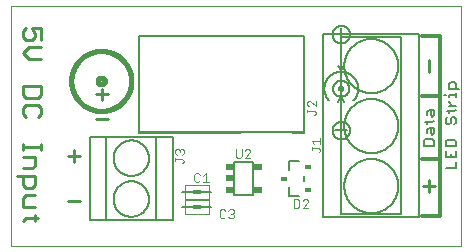
<source format=gto>
G75*
%MOIN*%
%OFA0B0*%
%FSLAX25Y25*%
%IPPOS*%
%LPD*%
%AMOC8*
5,1,8,0,0,1.08239X$1,22.5*
%
%ADD10C,0.00000*%
%ADD11C,0.01100*%
%ADD12C,0.01600*%
%ADD13C,0.00600*%
%ADD14C,0.01200*%
%ADD15C,0.00500*%
%ADD16C,0.00276*%
%ADD17R,0.02756X0.01181*%
%ADD18C,0.00300*%
%ADD19R,0.02300X0.01800*%
%ADD20C,0.00400*%
%ADD21R,0.02559X0.01969*%
D10*
X0088000Y0011800D02*
X0088000Y0091800D01*
X0238000Y0091800D01*
X0238000Y0011800D01*
X0088000Y0011800D01*
D11*
X0091950Y0020275D02*
X0092934Y0021259D01*
X0096871Y0021259D01*
X0095887Y0020275D02*
X0095887Y0022244D01*
X0095887Y0024752D02*
X0091950Y0024752D01*
X0091950Y0027705D01*
X0092934Y0028689D01*
X0095887Y0028689D01*
X0094903Y0031198D02*
X0092934Y0031198D01*
X0091950Y0032182D01*
X0091950Y0035135D01*
X0089982Y0035135D02*
X0095887Y0035135D01*
X0095887Y0032182D01*
X0094903Y0031198D01*
X0094903Y0037643D02*
X0091950Y0037643D01*
X0094903Y0037643D02*
X0095887Y0038627D01*
X0095887Y0041580D01*
X0091950Y0041580D01*
X0091950Y0043909D02*
X0091950Y0045877D01*
X0091950Y0044893D02*
X0097855Y0044893D01*
X0097855Y0045877D02*
X0097855Y0043909D01*
X0106950Y0041803D02*
X0110887Y0041803D01*
X0108918Y0043771D02*
X0108918Y0039834D01*
X0110787Y0026803D02*
X0106850Y0026803D01*
X0116305Y0054003D02*
X0120241Y0054003D01*
X0118118Y0060334D02*
X0118118Y0064271D01*
X0116150Y0062303D02*
X0120087Y0062303D01*
X0097855Y0062261D02*
X0097855Y0065214D01*
X0091950Y0065214D01*
X0091950Y0062261D01*
X0092934Y0061277D01*
X0096871Y0061277D01*
X0097855Y0062261D01*
X0096871Y0058768D02*
X0092934Y0058768D01*
X0091950Y0057784D01*
X0091950Y0055815D01*
X0092934Y0054831D01*
X0096871Y0054831D02*
X0097855Y0055815D01*
X0097855Y0057784D01*
X0096871Y0058768D01*
X0097855Y0074168D02*
X0093918Y0074168D01*
X0091950Y0076136D01*
X0093918Y0078105D01*
X0097855Y0078105D01*
X0097855Y0080613D02*
X0097855Y0084550D01*
X0094903Y0084550D01*
X0095887Y0082582D01*
X0095887Y0081597D01*
X0094903Y0080613D01*
X0092934Y0080613D01*
X0091950Y0081597D01*
X0091950Y0083566D01*
X0092934Y0084550D01*
X0227297Y0073887D02*
X0227297Y0069950D01*
X0227218Y0033871D02*
X0227218Y0029934D01*
X0225250Y0031903D02*
X0229187Y0031903D01*
D12*
X0116882Y0066800D02*
X0116884Y0066866D01*
X0116890Y0066932D01*
X0116900Y0066998D01*
X0116913Y0067063D01*
X0116931Y0067127D01*
X0116952Y0067189D01*
X0116977Y0067251D01*
X0117005Y0067311D01*
X0117037Y0067369D01*
X0117073Y0067425D01*
X0117111Y0067478D01*
X0117153Y0067530D01*
X0117198Y0067579D01*
X0117245Y0067625D01*
X0117296Y0067668D01*
X0117348Y0067708D01*
X0117403Y0067745D01*
X0117460Y0067779D01*
X0117519Y0067809D01*
X0117580Y0067836D01*
X0117642Y0067859D01*
X0117705Y0067878D01*
X0117770Y0067894D01*
X0117835Y0067906D01*
X0117901Y0067914D01*
X0117967Y0067918D01*
X0118033Y0067918D01*
X0118099Y0067914D01*
X0118165Y0067906D01*
X0118230Y0067894D01*
X0118295Y0067878D01*
X0118358Y0067859D01*
X0118420Y0067836D01*
X0118481Y0067809D01*
X0118540Y0067779D01*
X0118597Y0067745D01*
X0118652Y0067708D01*
X0118704Y0067668D01*
X0118755Y0067625D01*
X0118802Y0067579D01*
X0118847Y0067530D01*
X0118889Y0067478D01*
X0118927Y0067425D01*
X0118963Y0067369D01*
X0118995Y0067311D01*
X0119023Y0067251D01*
X0119048Y0067189D01*
X0119069Y0067127D01*
X0119087Y0067063D01*
X0119100Y0066998D01*
X0119110Y0066932D01*
X0119116Y0066866D01*
X0119118Y0066800D01*
X0119116Y0066734D01*
X0119110Y0066668D01*
X0119100Y0066602D01*
X0119087Y0066537D01*
X0119069Y0066473D01*
X0119048Y0066411D01*
X0119023Y0066349D01*
X0118995Y0066289D01*
X0118963Y0066231D01*
X0118927Y0066175D01*
X0118889Y0066122D01*
X0118847Y0066070D01*
X0118802Y0066021D01*
X0118755Y0065975D01*
X0118704Y0065932D01*
X0118652Y0065892D01*
X0118597Y0065855D01*
X0118540Y0065821D01*
X0118481Y0065791D01*
X0118420Y0065764D01*
X0118358Y0065741D01*
X0118295Y0065722D01*
X0118230Y0065706D01*
X0118165Y0065694D01*
X0118099Y0065686D01*
X0118033Y0065682D01*
X0117967Y0065682D01*
X0117901Y0065686D01*
X0117835Y0065694D01*
X0117770Y0065706D01*
X0117705Y0065722D01*
X0117642Y0065741D01*
X0117580Y0065764D01*
X0117519Y0065791D01*
X0117460Y0065821D01*
X0117403Y0065855D01*
X0117348Y0065892D01*
X0117296Y0065932D01*
X0117245Y0065975D01*
X0117198Y0066021D01*
X0117153Y0066070D01*
X0117111Y0066122D01*
X0117073Y0066175D01*
X0117037Y0066231D01*
X0117005Y0066289D01*
X0116977Y0066349D01*
X0116952Y0066411D01*
X0116931Y0066473D01*
X0116913Y0066537D01*
X0116900Y0066602D01*
X0116890Y0066668D01*
X0116884Y0066734D01*
X0116882Y0066800D01*
X0108000Y0066800D02*
X0108003Y0067045D01*
X0108012Y0067291D01*
X0108027Y0067536D01*
X0108048Y0067780D01*
X0108075Y0068024D01*
X0108108Y0068267D01*
X0108147Y0068510D01*
X0108192Y0068751D01*
X0108243Y0068991D01*
X0108300Y0069230D01*
X0108362Y0069467D01*
X0108431Y0069703D01*
X0108505Y0069937D01*
X0108585Y0070169D01*
X0108670Y0070399D01*
X0108761Y0070627D01*
X0108858Y0070852D01*
X0108960Y0071076D01*
X0109068Y0071296D01*
X0109181Y0071514D01*
X0109299Y0071729D01*
X0109423Y0071941D01*
X0109551Y0072150D01*
X0109685Y0072356D01*
X0109824Y0072558D01*
X0109968Y0072757D01*
X0110117Y0072952D01*
X0110270Y0073144D01*
X0110428Y0073332D01*
X0110590Y0073516D01*
X0110758Y0073695D01*
X0110929Y0073871D01*
X0111105Y0074042D01*
X0111284Y0074210D01*
X0111468Y0074372D01*
X0111656Y0074530D01*
X0111848Y0074683D01*
X0112043Y0074832D01*
X0112242Y0074976D01*
X0112444Y0075115D01*
X0112650Y0075249D01*
X0112859Y0075377D01*
X0113071Y0075501D01*
X0113286Y0075619D01*
X0113504Y0075732D01*
X0113724Y0075840D01*
X0113948Y0075942D01*
X0114173Y0076039D01*
X0114401Y0076130D01*
X0114631Y0076215D01*
X0114863Y0076295D01*
X0115097Y0076369D01*
X0115333Y0076438D01*
X0115570Y0076500D01*
X0115809Y0076557D01*
X0116049Y0076608D01*
X0116290Y0076653D01*
X0116533Y0076692D01*
X0116776Y0076725D01*
X0117020Y0076752D01*
X0117264Y0076773D01*
X0117509Y0076788D01*
X0117755Y0076797D01*
X0118000Y0076800D01*
X0118245Y0076797D01*
X0118491Y0076788D01*
X0118736Y0076773D01*
X0118980Y0076752D01*
X0119224Y0076725D01*
X0119467Y0076692D01*
X0119710Y0076653D01*
X0119951Y0076608D01*
X0120191Y0076557D01*
X0120430Y0076500D01*
X0120667Y0076438D01*
X0120903Y0076369D01*
X0121137Y0076295D01*
X0121369Y0076215D01*
X0121599Y0076130D01*
X0121827Y0076039D01*
X0122052Y0075942D01*
X0122276Y0075840D01*
X0122496Y0075732D01*
X0122714Y0075619D01*
X0122929Y0075501D01*
X0123141Y0075377D01*
X0123350Y0075249D01*
X0123556Y0075115D01*
X0123758Y0074976D01*
X0123957Y0074832D01*
X0124152Y0074683D01*
X0124344Y0074530D01*
X0124532Y0074372D01*
X0124716Y0074210D01*
X0124895Y0074042D01*
X0125071Y0073871D01*
X0125242Y0073695D01*
X0125410Y0073516D01*
X0125572Y0073332D01*
X0125730Y0073144D01*
X0125883Y0072952D01*
X0126032Y0072757D01*
X0126176Y0072558D01*
X0126315Y0072356D01*
X0126449Y0072150D01*
X0126577Y0071941D01*
X0126701Y0071729D01*
X0126819Y0071514D01*
X0126932Y0071296D01*
X0127040Y0071076D01*
X0127142Y0070852D01*
X0127239Y0070627D01*
X0127330Y0070399D01*
X0127415Y0070169D01*
X0127495Y0069937D01*
X0127569Y0069703D01*
X0127638Y0069467D01*
X0127700Y0069230D01*
X0127757Y0068991D01*
X0127808Y0068751D01*
X0127853Y0068510D01*
X0127892Y0068267D01*
X0127925Y0068024D01*
X0127952Y0067780D01*
X0127973Y0067536D01*
X0127988Y0067291D01*
X0127997Y0067045D01*
X0128000Y0066800D01*
X0127997Y0066555D01*
X0127988Y0066309D01*
X0127973Y0066064D01*
X0127952Y0065820D01*
X0127925Y0065576D01*
X0127892Y0065333D01*
X0127853Y0065090D01*
X0127808Y0064849D01*
X0127757Y0064609D01*
X0127700Y0064370D01*
X0127638Y0064133D01*
X0127569Y0063897D01*
X0127495Y0063663D01*
X0127415Y0063431D01*
X0127330Y0063201D01*
X0127239Y0062973D01*
X0127142Y0062748D01*
X0127040Y0062524D01*
X0126932Y0062304D01*
X0126819Y0062086D01*
X0126701Y0061871D01*
X0126577Y0061659D01*
X0126449Y0061450D01*
X0126315Y0061244D01*
X0126176Y0061042D01*
X0126032Y0060843D01*
X0125883Y0060648D01*
X0125730Y0060456D01*
X0125572Y0060268D01*
X0125410Y0060084D01*
X0125242Y0059905D01*
X0125071Y0059729D01*
X0124895Y0059558D01*
X0124716Y0059390D01*
X0124532Y0059228D01*
X0124344Y0059070D01*
X0124152Y0058917D01*
X0123957Y0058768D01*
X0123758Y0058624D01*
X0123556Y0058485D01*
X0123350Y0058351D01*
X0123141Y0058223D01*
X0122929Y0058099D01*
X0122714Y0057981D01*
X0122496Y0057868D01*
X0122276Y0057760D01*
X0122052Y0057658D01*
X0121827Y0057561D01*
X0121599Y0057470D01*
X0121369Y0057385D01*
X0121137Y0057305D01*
X0120903Y0057231D01*
X0120667Y0057162D01*
X0120430Y0057100D01*
X0120191Y0057043D01*
X0119951Y0056992D01*
X0119710Y0056947D01*
X0119467Y0056908D01*
X0119224Y0056875D01*
X0118980Y0056848D01*
X0118736Y0056827D01*
X0118491Y0056812D01*
X0118245Y0056803D01*
X0118000Y0056800D01*
X0117755Y0056803D01*
X0117509Y0056812D01*
X0117264Y0056827D01*
X0117020Y0056848D01*
X0116776Y0056875D01*
X0116533Y0056908D01*
X0116290Y0056947D01*
X0116049Y0056992D01*
X0115809Y0057043D01*
X0115570Y0057100D01*
X0115333Y0057162D01*
X0115097Y0057231D01*
X0114863Y0057305D01*
X0114631Y0057385D01*
X0114401Y0057470D01*
X0114173Y0057561D01*
X0113948Y0057658D01*
X0113724Y0057760D01*
X0113504Y0057868D01*
X0113286Y0057981D01*
X0113071Y0058099D01*
X0112859Y0058223D01*
X0112650Y0058351D01*
X0112444Y0058485D01*
X0112242Y0058624D01*
X0112043Y0058768D01*
X0111848Y0058917D01*
X0111656Y0059070D01*
X0111468Y0059228D01*
X0111284Y0059390D01*
X0111105Y0059558D01*
X0110929Y0059729D01*
X0110758Y0059905D01*
X0110590Y0060084D01*
X0110428Y0060268D01*
X0110270Y0060456D01*
X0110117Y0060648D01*
X0109968Y0060843D01*
X0109824Y0061042D01*
X0109685Y0061244D01*
X0109551Y0061450D01*
X0109423Y0061659D01*
X0109299Y0061871D01*
X0109181Y0062086D01*
X0109068Y0062304D01*
X0108960Y0062524D01*
X0108858Y0062748D01*
X0108761Y0062973D01*
X0108670Y0063201D01*
X0108585Y0063431D01*
X0108505Y0063663D01*
X0108431Y0063897D01*
X0108362Y0064133D01*
X0108300Y0064370D01*
X0108243Y0064609D01*
X0108192Y0064849D01*
X0108147Y0065090D01*
X0108108Y0065333D01*
X0108075Y0065576D01*
X0108048Y0065820D01*
X0108027Y0066064D01*
X0108012Y0066309D01*
X0108003Y0066555D01*
X0108000Y0066800D01*
D13*
X0162329Y0039900D02*
X0162329Y0039527D01*
X0162329Y0039900D02*
X0168710Y0039900D01*
X0168710Y0039527D01*
X0168710Y0039900D02*
X0168710Y0028700D01*
X0168710Y0029073D01*
X0168710Y0028700D02*
X0162329Y0028700D01*
X0162329Y0029073D01*
X0162329Y0028700D02*
X0162329Y0039900D01*
X0162329Y0036357D02*
X0162329Y0035983D01*
X0162329Y0032617D02*
X0162329Y0032243D01*
X0168710Y0032243D02*
X0168710Y0036357D01*
X0225497Y0045048D02*
X0225497Y0046749D01*
X0226064Y0047316D01*
X0228333Y0047316D01*
X0228900Y0046749D01*
X0228900Y0045048D01*
X0225497Y0045048D01*
X0228333Y0048731D02*
X0227766Y0049298D01*
X0227766Y0050999D01*
X0227199Y0050999D02*
X0228900Y0050999D01*
X0228900Y0049298D01*
X0228333Y0048731D01*
X0226631Y0049298D02*
X0226631Y0050432D01*
X0227199Y0050999D01*
X0226631Y0052414D02*
X0226631Y0053548D01*
X0226064Y0052981D02*
X0228333Y0052981D01*
X0228900Y0053548D01*
X0228333Y0054869D02*
X0227766Y0055436D01*
X0227766Y0057138D01*
X0227199Y0057138D02*
X0228900Y0057138D01*
X0228900Y0055436D01*
X0228333Y0054869D01*
X0226631Y0055436D02*
X0226631Y0056571D01*
X0227199Y0057138D01*
X0233364Y0056643D02*
X0235633Y0056643D01*
X0236200Y0057211D01*
X0233931Y0057211D02*
X0233931Y0056076D01*
X0233364Y0054662D02*
X0232797Y0054095D01*
X0232797Y0052960D01*
X0233364Y0052393D01*
X0233931Y0052393D01*
X0234499Y0052960D01*
X0234499Y0054095D01*
X0235066Y0054662D01*
X0235633Y0054662D01*
X0236200Y0054095D01*
X0236200Y0052960D01*
X0235633Y0052393D01*
X0235633Y0047295D02*
X0233364Y0047295D01*
X0232797Y0046728D01*
X0232797Y0045027D01*
X0236200Y0045027D01*
X0236200Y0046728D01*
X0235633Y0047295D01*
X0236200Y0043612D02*
X0236200Y0041344D01*
X0232797Y0041344D01*
X0232797Y0043612D01*
X0234499Y0042478D02*
X0234499Y0041344D01*
X0236200Y0039929D02*
X0236200Y0037660D01*
X0232797Y0037660D01*
X0233931Y0058532D02*
X0236200Y0058532D01*
X0235066Y0058532D02*
X0233931Y0059666D01*
X0233931Y0060233D01*
X0233931Y0061601D02*
X0233931Y0062168D01*
X0236200Y0062168D01*
X0236200Y0061601D02*
X0236200Y0062735D01*
X0236200Y0064056D02*
X0236200Y0065758D01*
X0235633Y0066325D01*
X0234499Y0066325D01*
X0233931Y0065758D01*
X0233931Y0064056D01*
X0237334Y0064056D01*
X0232797Y0062168D02*
X0232230Y0062168D01*
D14*
X0231000Y0061800D02*
X0225000Y0061800D01*
X0231000Y0061800D02*
X0231000Y0081800D01*
X0225000Y0081800D01*
X0231000Y0061800D02*
X0231000Y0040800D01*
X0225000Y0040800D01*
X0231000Y0040800D02*
X0231000Y0021800D01*
X0225000Y0021800D01*
D15*
X0224000Y0021300D02*
X0224000Y0082300D01*
X0192000Y0082300D01*
X0192000Y0021300D01*
X0224000Y0021300D01*
X0218000Y0022300D02*
X0218000Y0081300D01*
X0198000Y0081300D01*
X0198000Y0022300D01*
X0218000Y0022300D01*
X0198986Y0031800D02*
X0198989Y0032021D01*
X0198997Y0032242D01*
X0199010Y0032463D01*
X0199029Y0032684D01*
X0199054Y0032903D01*
X0199084Y0033123D01*
X0199119Y0033341D01*
X0199159Y0033559D01*
X0199205Y0033775D01*
X0199256Y0033990D01*
X0199313Y0034204D01*
X0199374Y0034417D01*
X0199441Y0034628D01*
X0199513Y0034837D01*
X0199590Y0035044D01*
X0199672Y0035250D01*
X0199759Y0035453D01*
X0199851Y0035654D01*
X0199948Y0035853D01*
X0200050Y0036049D01*
X0200157Y0036243D01*
X0200268Y0036434D01*
X0200384Y0036622D01*
X0200505Y0036808D01*
X0200630Y0036990D01*
X0200760Y0037170D01*
X0200894Y0037346D01*
X0201032Y0037518D01*
X0201175Y0037688D01*
X0201321Y0037853D01*
X0201472Y0038016D01*
X0201626Y0038174D01*
X0201784Y0038328D01*
X0201947Y0038479D01*
X0202112Y0038625D01*
X0202282Y0038768D01*
X0202454Y0038906D01*
X0202630Y0039040D01*
X0202810Y0039170D01*
X0202992Y0039295D01*
X0203178Y0039416D01*
X0203366Y0039532D01*
X0203557Y0039643D01*
X0203751Y0039750D01*
X0203947Y0039852D01*
X0204146Y0039949D01*
X0204347Y0040041D01*
X0204550Y0040128D01*
X0204756Y0040210D01*
X0204963Y0040287D01*
X0205172Y0040359D01*
X0205383Y0040426D01*
X0205596Y0040487D01*
X0205810Y0040544D01*
X0206025Y0040595D01*
X0206241Y0040641D01*
X0206459Y0040681D01*
X0206677Y0040716D01*
X0206897Y0040746D01*
X0207116Y0040771D01*
X0207337Y0040790D01*
X0207558Y0040803D01*
X0207779Y0040811D01*
X0208000Y0040814D01*
X0208221Y0040811D01*
X0208442Y0040803D01*
X0208663Y0040790D01*
X0208884Y0040771D01*
X0209103Y0040746D01*
X0209323Y0040716D01*
X0209541Y0040681D01*
X0209759Y0040641D01*
X0209975Y0040595D01*
X0210190Y0040544D01*
X0210404Y0040487D01*
X0210617Y0040426D01*
X0210828Y0040359D01*
X0211037Y0040287D01*
X0211244Y0040210D01*
X0211450Y0040128D01*
X0211653Y0040041D01*
X0211854Y0039949D01*
X0212053Y0039852D01*
X0212249Y0039750D01*
X0212443Y0039643D01*
X0212634Y0039532D01*
X0212822Y0039416D01*
X0213008Y0039295D01*
X0213190Y0039170D01*
X0213370Y0039040D01*
X0213546Y0038906D01*
X0213718Y0038768D01*
X0213888Y0038625D01*
X0214053Y0038479D01*
X0214216Y0038328D01*
X0214374Y0038174D01*
X0214528Y0038016D01*
X0214679Y0037853D01*
X0214825Y0037688D01*
X0214968Y0037518D01*
X0215106Y0037346D01*
X0215240Y0037170D01*
X0215370Y0036990D01*
X0215495Y0036808D01*
X0215616Y0036622D01*
X0215732Y0036434D01*
X0215843Y0036243D01*
X0215950Y0036049D01*
X0216052Y0035853D01*
X0216149Y0035654D01*
X0216241Y0035453D01*
X0216328Y0035250D01*
X0216410Y0035044D01*
X0216487Y0034837D01*
X0216559Y0034628D01*
X0216626Y0034417D01*
X0216687Y0034204D01*
X0216744Y0033990D01*
X0216795Y0033775D01*
X0216841Y0033559D01*
X0216881Y0033341D01*
X0216916Y0033123D01*
X0216946Y0032903D01*
X0216971Y0032684D01*
X0216990Y0032463D01*
X0217003Y0032242D01*
X0217011Y0032021D01*
X0217014Y0031800D01*
X0217011Y0031579D01*
X0217003Y0031358D01*
X0216990Y0031137D01*
X0216971Y0030916D01*
X0216946Y0030697D01*
X0216916Y0030477D01*
X0216881Y0030259D01*
X0216841Y0030041D01*
X0216795Y0029825D01*
X0216744Y0029610D01*
X0216687Y0029396D01*
X0216626Y0029183D01*
X0216559Y0028972D01*
X0216487Y0028763D01*
X0216410Y0028556D01*
X0216328Y0028350D01*
X0216241Y0028147D01*
X0216149Y0027946D01*
X0216052Y0027747D01*
X0215950Y0027551D01*
X0215843Y0027357D01*
X0215732Y0027166D01*
X0215616Y0026978D01*
X0215495Y0026792D01*
X0215370Y0026610D01*
X0215240Y0026430D01*
X0215106Y0026254D01*
X0214968Y0026082D01*
X0214825Y0025912D01*
X0214679Y0025747D01*
X0214528Y0025584D01*
X0214374Y0025426D01*
X0214216Y0025272D01*
X0214053Y0025121D01*
X0213888Y0024975D01*
X0213718Y0024832D01*
X0213546Y0024694D01*
X0213370Y0024560D01*
X0213190Y0024430D01*
X0213008Y0024305D01*
X0212822Y0024184D01*
X0212634Y0024068D01*
X0212443Y0023957D01*
X0212249Y0023850D01*
X0212053Y0023748D01*
X0211854Y0023651D01*
X0211653Y0023559D01*
X0211450Y0023472D01*
X0211244Y0023390D01*
X0211037Y0023313D01*
X0210828Y0023241D01*
X0210617Y0023174D01*
X0210404Y0023113D01*
X0210190Y0023056D01*
X0209975Y0023005D01*
X0209759Y0022959D01*
X0209541Y0022919D01*
X0209323Y0022884D01*
X0209103Y0022854D01*
X0208884Y0022829D01*
X0208663Y0022810D01*
X0208442Y0022797D01*
X0208221Y0022789D01*
X0208000Y0022786D01*
X0207779Y0022789D01*
X0207558Y0022797D01*
X0207337Y0022810D01*
X0207116Y0022829D01*
X0206897Y0022854D01*
X0206677Y0022884D01*
X0206459Y0022919D01*
X0206241Y0022959D01*
X0206025Y0023005D01*
X0205810Y0023056D01*
X0205596Y0023113D01*
X0205383Y0023174D01*
X0205172Y0023241D01*
X0204963Y0023313D01*
X0204756Y0023390D01*
X0204550Y0023472D01*
X0204347Y0023559D01*
X0204146Y0023651D01*
X0203947Y0023748D01*
X0203751Y0023850D01*
X0203557Y0023957D01*
X0203366Y0024068D01*
X0203178Y0024184D01*
X0202992Y0024305D01*
X0202810Y0024430D01*
X0202630Y0024560D01*
X0202454Y0024694D01*
X0202282Y0024832D01*
X0202112Y0024975D01*
X0201947Y0025121D01*
X0201784Y0025272D01*
X0201626Y0025426D01*
X0201472Y0025584D01*
X0201321Y0025747D01*
X0201175Y0025912D01*
X0201032Y0026082D01*
X0200894Y0026254D01*
X0200760Y0026430D01*
X0200630Y0026610D01*
X0200505Y0026792D01*
X0200384Y0026978D01*
X0200268Y0027166D01*
X0200157Y0027357D01*
X0200050Y0027551D01*
X0199948Y0027747D01*
X0199851Y0027946D01*
X0199759Y0028147D01*
X0199672Y0028350D01*
X0199590Y0028556D01*
X0199513Y0028763D01*
X0199441Y0028972D01*
X0199374Y0029183D01*
X0199313Y0029396D01*
X0199256Y0029610D01*
X0199205Y0029825D01*
X0199159Y0030041D01*
X0199119Y0030259D01*
X0199084Y0030477D01*
X0199054Y0030697D01*
X0199029Y0030916D01*
X0199010Y0031137D01*
X0198997Y0031358D01*
X0198989Y0031579D01*
X0198986Y0031800D01*
X0185500Y0033530D02*
X0185500Y0035030D01*
X0180500Y0037030D02*
X0180500Y0040030D01*
X0184000Y0040030D01*
X0180500Y0031530D02*
X0180500Y0028530D01*
X0184000Y0028530D01*
X0154732Y0029792D02*
X0144890Y0029792D01*
X0145677Y0029792D02*
X0154339Y0029792D01*
X0154339Y0024792D02*
X0145677Y0024792D01*
X0144890Y0024792D02*
X0154732Y0024792D01*
X0141780Y0020520D02*
X0136268Y0020520D01*
X0136268Y0048080D01*
X0141780Y0048080D01*
X0141780Y0020520D01*
X0136268Y0020520D02*
X0119732Y0020520D01*
X0119732Y0048080D01*
X0136268Y0048080D01*
X0130480Y0049615D02*
X0130480Y0050009D01*
X0130500Y0049800D02*
X0130500Y0081800D01*
X0185500Y0081800D01*
X0185500Y0049800D01*
X0130500Y0049800D01*
X0130480Y0049615D02*
X0164339Y0049615D01*
X0182055Y0049615D02*
X0185598Y0049615D01*
X0185598Y0060639D01*
X0197000Y0059800D02*
X0198000Y0061300D01*
X0199000Y0059800D01*
X0198000Y0061300D02*
X0198000Y0053300D01*
X0198000Y0052300D02*
X0198000Y0048300D01*
X0195085Y0050300D02*
X0195087Y0050408D01*
X0195093Y0050515D01*
X0195103Y0050623D01*
X0195117Y0050729D01*
X0195135Y0050836D01*
X0195156Y0050941D01*
X0195182Y0051046D01*
X0195211Y0051149D01*
X0195245Y0051252D01*
X0195282Y0051353D01*
X0195323Y0051453D01*
X0195367Y0051551D01*
X0195415Y0051647D01*
X0195467Y0051742D01*
X0195522Y0051835D01*
X0195580Y0051925D01*
X0195642Y0052013D01*
X0195707Y0052099D01*
X0195775Y0052183D01*
X0195846Y0052264D01*
X0195920Y0052342D01*
X0195997Y0052418D01*
X0196076Y0052490D01*
X0196159Y0052560D01*
X0196243Y0052626D01*
X0196330Y0052690D01*
X0196420Y0052750D01*
X0196512Y0052806D01*
X0196605Y0052860D01*
X0196701Y0052909D01*
X0196798Y0052956D01*
X0196897Y0052998D01*
X0196997Y0053037D01*
X0197099Y0053072D01*
X0197202Y0053104D01*
X0197306Y0053131D01*
X0197412Y0053155D01*
X0197517Y0053175D01*
X0197624Y0053191D01*
X0197731Y0053203D01*
X0197838Y0053211D01*
X0197946Y0053215D01*
X0198054Y0053215D01*
X0198162Y0053211D01*
X0198269Y0053203D01*
X0198376Y0053191D01*
X0198483Y0053175D01*
X0198588Y0053155D01*
X0198694Y0053131D01*
X0198798Y0053104D01*
X0198901Y0053072D01*
X0199003Y0053037D01*
X0199103Y0052998D01*
X0199202Y0052956D01*
X0199299Y0052909D01*
X0199395Y0052860D01*
X0199488Y0052806D01*
X0199580Y0052750D01*
X0199670Y0052690D01*
X0199757Y0052626D01*
X0199841Y0052560D01*
X0199924Y0052490D01*
X0200003Y0052418D01*
X0200080Y0052342D01*
X0200154Y0052264D01*
X0200225Y0052183D01*
X0200293Y0052099D01*
X0200358Y0052013D01*
X0200420Y0051925D01*
X0200478Y0051835D01*
X0200533Y0051742D01*
X0200585Y0051647D01*
X0200633Y0051551D01*
X0200677Y0051453D01*
X0200718Y0051353D01*
X0200755Y0051252D01*
X0200789Y0051149D01*
X0200818Y0051046D01*
X0200844Y0050941D01*
X0200865Y0050836D01*
X0200883Y0050729D01*
X0200897Y0050623D01*
X0200907Y0050515D01*
X0200913Y0050408D01*
X0200915Y0050300D01*
X0200913Y0050192D01*
X0200907Y0050085D01*
X0200897Y0049977D01*
X0200883Y0049871D01*
X0200865Y0049764D01*
X0200844Y0049659D01*
X0200818Y0049554D01*
X0200789Y0049451D01*
X0200755Y0049348D01*
X0200718Y0049247D01*
X0200677Y0049147D01*
X0200633Y0049049D01*
X0200585Y0048953D01*
X0200533Y0048858D01*
X0200478Y0048765D01*
X0200420Y0048675D01*
X0200358Y0048587D01*
X0200293Y0048501D01*
X0200225Y0048417D01*
X0200154Y0048336D01*
X0200080Y0048258D01*
X0200003Y0048182D01*
X0199924Y0048110D01*
X0199841Y0048040D01*
X0199757Y0047974D01*
X0199670Y0047910D01*
X0199580Y0047850D01*
X0199488Y0047794D01*
X0199395Y0047740D01*
X0199299Y0047691D01*
X0199202Y0047644D01*
X0199103Y0047602D01*
X0199003Y0047563D01*
X0198901Y0047528D01*
X0198798Y0047496D01*
X0198694Y0047469D01*
X0198588Y0047445D01*
X0198483Y0047425D01*
X0198376Y0047409D01*
X0198269Y0047397D01*
X0198162Y0047389D01*
X0198054Y0047385D01*
X0197946Y0047385D01*
X0197838Y0047389D01*
X0197731Y0047397D01*
X0197624Y0047409D01*
X0197517Y0047425D01*
X0197412Y0047445D01*
X0197306Y0047469D01*
X0197202Y0047496D01*
X0197099Y0047528D01*
X0196997Y0047563D01*
X0196897Y0047602D01*
X0196798Y0047644D01*
X0196701Y0047691D01*
X0196605Y0047740D01*
X0196512Y0047794D01*
X0196420Y0047850D01*
X0196330Y0047910D01*
X0196243Y0047974D01*
X0196159Y0048040D01*
X0196076Y0048110D01*
X0195997Y0048182D01*
X0195920Y0048258D01*
X0195846Y0048336D01*
X0195775Y0048417D01*
X0195707Y0048501D01*
X0195642Y0048587D01*
X0195580Y0048675D01*
X0195522Y0048765D01*
X0195467Y0048858D01*
X0195415Y0048953D01*
X0195367Y0049049D01*
X0195323Y0049147D01*
X0195282Y0049247D01*
X0195245Y0049348D01*
X0195211Y0049451D01*
X0195182Y0049554D01*
X0195156Y0049659D01*
X0195135Y0049764D01*
X0195117Y0049871D01*
X0195103Y0049977D01*
X0195093Y0050085D01*
X0195087Y0050192D01*
X0195085Y0050300D01*
X0196000Y0050300D02*
X0200000Y0050300D01*
X0195085Y0050300D02*
X0195087Y0050408D01*
X0195093Y0050515D01*
X0195103Y0050623D01*
X0195117Y0050729D01*
X0195135Y0050836D01*
X0195156Y0050941D01*
X0195182Y0051046D01*
X0195211Y0051149D01*
X0195245Y0051252D01*
X0195282Y0051353D01*
X0195323Y0051453D01*
X0195367Y0051551D01*
X0195415Y0051647D01*
X0195467Y0051742D01*
X0195522Y0051835D01*
X0195580Y0051925D01*
X0195642Y0052013D01*
X0195707Y0052099D01*
X0195775Y0052183D01*
X0195846Y0052264D01*
X0195920Y0052342D01*
X0195997Y0052418D01*
X0196076Y0052490D01*
X0196159Y0052560D01*
X0196243Y0052626D01*
X0196330Y0052690D01*
X0196420Y0052750D01*
X0196512Y0052806D01*
X0196605Y0052860D01*
X0196701Y0052909D01*
X0196798Y0052956D01*
X0196897Y0052998D01*
X0196997Y0053037D01*
X0197099Y0053072D01*
X0197202Y0053104D01*
X0197306Y0053131D01*
X0197412Y0053155D01*
X0197517Y0053175D01*
X0197624Y0053191D01*
X0197731Y0053203D01*
X0197838Y0053211D01*
X0197946Y0053215D01*
X0198054Y0053215D01*
X0198162Y0053211D01*
X0198269Y0053203D01*
X0198376Y0053191D01*
X0198483Y0053175D01*
X0198588Y0053155D01*
X0198694Y0053131D01*
X0198798Y0053104D01*
X0198901Y0053072D01*
X0199003Y0053037D01*
X0199103Y0052998D01*
X0199202Y0052956D01*
X0199299Y0052909D01*
X0199395Y0052860D01*
X0199488Y0052806D01*
X0199580Y0052750D01*
X0199670Y0052690D01*
X0199757Y0052626D01*
X0199841Y0052560D01*
X0199924Y0052490D01*
X0200003Y0052418D01*
X0200080Y0052342D01*
X0200154Y0052264D01*
X0200225Y0052183D01*
X0200293Y0052099D01*
X0200358Y0052013D01*
X0200420Y0051925D01*
X0200478Y0051835D01*
X0200533Y0051742D01*
X0200585Y0051647D01*
X0200633Y0051551D01*
X0200677Y0051453D01*
X0200718Y0051353D01*
X0200755Y0051252D01*
X0200789Y0051149D01*
X0200818Y0051046D01*
X0200844Y0050941D01*
X0200865Y0050836D01*
X0200883Y0050729D01*
X0200897Y0050623D01*
X0200907Y0050515D01*
X0200913Y0050408D01*
X0200915Y0050300D01*
X0200913Y0050192D01*
X0200907Y0050085D01*
X0200897Y0049977D01*
X0200883Y0049871D01*
X0200865Y0049764D01*
X0200844Y0049659D01*
X0200818Y0049554D01*
X0200789Y0049451D01*
X0200755Y0049348D01*
X0200718Y0049247D01*
X0200677Y0049147D01*
X0200633Y0049049D01*
X0200585Y0048953D01*
X0200533Y0048858D01*
X0200478Y0048765D01*
X0200420Y0048675D01*
X0200358Y0048587D01*
X0200293Y0048501D01*
X0200225Y0048417D01*
X0200154Y0048336D01*
X0200080Y0048258D01*
X0200003Y0048182D01*
X0199924Y0048110D01*
X0199841Y0048040D01*
X0199757Y0047974D01*
X0199670Y0047910D01*
X0199580Y0047850D01*
X0199488Y0047794D01*
X0199395Y0047740D01*
X0199299Y0047691D01*
X0199202Y0047644D01*
X0199103Y0047602D01*
X0199003Y0047563D01*
X0198901Y0047528D01*
X0198798Y0047496D01*
X0198694Y0047469D01*
X0198588Y0047445D01*
X0198483Y0047425D01*
X0198376Y0047409D01*
X0198269Y0047397D01*
X0198162Y0047389D01*
X0198054Y0047385D01*
X0197946Y0047385D01*
X0197838Y0047389D01*
X0197731Y0047397D01*
X0197624Y0047409D01*
X0197517Y0047425D01*
X0197412Y0047445D01*
X0197306Y0047469D01*
X0197202Y0047496D01*
X0197099Y0047528D01*
X0196997Y0047563D01*
X0196897Y0047602D01*
X0196798Y0047644D01*
X0196701Y0047691D01*
X0196605Y0047740D01*
X0196512Y0047794D01*
X0196420Y0047850D01*
X0196330Y0047910D01*
X0196243Y0047974D01*
X0196159Y0048040D01*
X0196076Y0048110D01*
X0195997Y0048182D01*
X0195920Y0048258D01*
X0195846Y0048336D01*
X0195775Y0048417D01*
X0195707Y0048501D01*
X0195642Y0048587D01*
X0195580Y0048675D01*
X0195522Y0048765D01*
X0195467Y0048858D01*
X0195415Y0048953D01*
X0195367Y0049049D01*
X0195323Y0049147D01*
X0195282Y0049247D01*
X0195245Y0049348D01*
X0195211Y0049451D01*
X0195182Y0049554D01*
X0195156Y0049659D01*
X0195135Y0049764D01*
X0195117Y0049871D01*
X0195103Y0049977D01*
X0195093Y0050085D01*
X0195087Y0050192D01*
X0195085Y0050300D01*
X0198986Y0051800D02*
X0198989Y0052021D01*
X0198997Y0052242D01*
X0199010Y0052463D01*
X0199029Y0052684D01*
X0199054Y0052903D01*
X0199084Y0053123D01*
X0199119Y0053341D01*
X0199159Y0053559D01*
X0199205Y0053775D01*
X0199256Y0053990D01*
X0199313Y0054204D01*
X0199374Y0054417D01*
X0199441Y0054628D01*
X0199513Y0054837D01*
X0199590Y0055044D01*
X0199672Y0055250D01*
X0199759Y0055453D01*
X0199851Y0055654D01*
X0199948Y0055853D01*
X0200050Y0056049D01*
X0200157Y0056243D01*
X0200268Y0056434D01*
X0200384Y0056622D01*
X0200505Y0056808D01*
X0200630Y0056990D01*
X0200760Y0057170D01*
X0200894Y0057346D01*
X0201032Y0057518D01*
X0201175Y0057688D01*
X0201321Y0057853D01*
X0201472Y0058016D01*
X0201626Y0058174D01*
X0201784Y0058328D01*
X0201947Y0058479D01*
X0202112Y0058625D01*
X0202282Y0058768D01*
X0202454Y0058906D01*
X0202630Y0059040D01*
X0202810Y0059170D01*
X0202992Y0059295D01*
X0203178Y0059416D01*
X0203366Y0059532D01*
X0203557Y0059643D01*
X0203751Y0059750D01*
X0203947Y0059852D01*
X0204146Y0059949D01*
X0204347Y0060041D01*
X0204550Y0060128D01*
X0204756Y0060210D01*
X0204963Y0060287D01*
X0205172Y0060359D01*
X0205383Y0060426D01*
X0205596Y0060487D01*
X0205810Y0060544D01*
X0206025Y0060595D01*
X0206241Y0060641D01*
X0206459Y0060681D01*
X0206677Y0060716D01*
X0206897Y0060746D01*
X0207116Y0060771D01*
X0207337Y0060790D01*
X0207558Y0060803D01*
X0207779Y0060811D01*
X0208000Y0060814D01*
X0208221Y0060811D01*
X0208442Y0060803D01*
X0208663Y0060790D01*
X0208884Y0060771D01*
X0209103Y0060746D01*
X0209323Y0060716D01*
X0209541Y0060681D01*
X0209759Y0060641D01*
X0209975Y0060595D01*
X0210190Y0060544D01*
X0210404Y0060487D01*
X0210617Y0060426D01*
X0210828Y0060359D01*
X0211037Y0060287D01*
X0211244Y0060210D01*
X0211450Y0060128D01*
X0211653Y0060041D01*
X0211854Y0059949D01*
X0212053Y0059852D01*
X0212249Y0059750D01*
X0212443Y0059643D01*
X0212634Y0059532D01*
X0212822Y0059416D01*
X0213008Y0059295D01*
X0213190Y0059170D01*
X0213370Y0059040D01*
X0213546Y0058906D01*
X0213718Y0058768D01*
X0213888Y0058625D01*
X0214053Y0058479D01*
X0214216Y0058328D01*
X0214374Y0058174D01*
X0214528Y0058016D01*
X0214679Y0057853D01*
X0214825Y0057688D01*
X0214968Y0057518D01*
X0215106Y0057346D01*
X0215240Y0057170D01*
X0215370Y0056990D01*
X0215495Y0056808D01*
X0215616Y0056622D01*
X0215732Y0056434D01*
X0215843Y0056243D01*
X0215950Y0056049D01*
X0216052Y0055853D01*
X0216149Y0055654D01*
X0216241Y0055453D01*
X0216328Y0055250D01*
X0216410Y0055044D01*
X0216487Y0054837D01*
X0216559Y0054628D01*
X0216626Y0054417D01*
X0216687Y0054204D01*
X0216744Y0053990D01*
X0216795Y0053775D01*
X0216841Y0053559D01*
X0216881Y0053341D01*
X0216916Y0053123D01*
X0216946Y0052903D01*
X0216971Y0052684D01*
X0216990Y0052463D01*
X0217003Y0052242D01*
X0217011Y0052021D01*
X0217014Y0051800D01*
X0217011Y0051579D01*
X0217003Y0051358D01*
X0216990Y0051137D01*
X0216971Y0050916D01*
X0216946Y0050697D01*
X0216916Y0050477D01*
X0216881Y0050259D01*
X0216841Y0050041D01*
X0216795Y0049825D01*
X0216744Y0049610D01*
X0216687Y0049396D01*
X0216626Y0049183D01*
X0216559Y0048972D01*
X0216487Y0048763D01*
X0216410Y0048556D01*
X0216328Y0048350D01*
X0216241Y0048147D01*
X0216149Y0047946D01*
X0216052Y0047747D01*
X0215950Y0047551D01*
X0215843Y0047357D01*
X0215732Y0047166D01*
X0215616Y0046978D01*
X0215495Y0046792D01*
X0215370Y0046610D01*
X0215240Y0046430D01*
X0215106Y0046254D01*
X0214968Y0046082D01*
X0214825Y0045912D01*
X0214679Y0045747D01*
X0214528Y0045584D01*
X0214374Y0045426D01*
X0214216Y0045272D01*
X0214053Y0045121D01*
X0213888Y0044975D01*
X0213718Y0044832D01*
X0213546Y0044694D01*
X0213370Y0044560D01*
X0213190Y0044430D01*
X0213008Y0044305D01*
X0212822Y0044184D01*
X0212634Y0044068D01*
X0212443Y0043957D01*
X0212249Y0043850D01*
X0212053Y0043748D01*
X0211854Y0043651D01*
X0211653Y0043559D01*
X0211450Y0043472D01*
X0211244Y0043390D01*
X0211037Y0043313D01*
X0210828Y0043241D01*
X0210617Y0043174D01*
X0210404Y0043113D01*
X0210190Y0043056D01*
X0209975Y0043005D01*
X0209759Y0042959D01*
X0209541Y0042919D01*
X0209323Y0042884D01*
X0209103Y0042854D01*
X0208884Y0042829D01*
X0208663Y0042810D01*
X0208442Y0042797D01*
X0208221Y0042789D01*
X0208000Y0042786D01*
X0207779Y0042789D01*
X0207558Y0042797D01*
X0207337Y0042810D01*
X0207116Y0042829D01*
X0206897Y0042854D01*
X0206677Y0042884D01*
X0206459Y0042919D01*
X0206241Y0042959D01*
X0206025Y0043005D01*
X0205810Y0043056D01*
X0205596Y0043113D01*
X0205383Y0043174D01*
X0205172Y0043241D01*
X0204963Y0043313D01*
X0204756Y0043390D01*
X0204550Y0043472D01*
X0204347Y0043559D01*
X0204146Y0043651D01*
X0203947Y0043748D01*
X0203751Y0043850D01*
X0203557Y0043957D01*
X0203366Y0044068D01*
X0203178Y0044184D01*
X0202992Y0044305D01*
X0202810Y0044430D01*
X0202630Y0044560D01*
X0202454Y0044694D01*
X0202282Y0044832D01*
X0202112Y0044975D01*
X0201947Y0045121D01*
X0201784Y0045272D01*
X0201626Y0045426D01*
X0201472Y0045584D01*
X0201321Y0045747D01*
X0201175Y0045912D01*
X0201032Y0046082D01*
X0200894Y0046254D01*
X0200760Y0046430D01*
X0200630Y0046610D01*
X0200505Y0046792D01*
X0200384Y0046978D01*
X0200268Y0047166D01*
X0200157Y0047357D01*
X0200050Y0047551D01*
X0199948Y0047747D01*
X0199851Y0047946D01*
X0199759Y0048147D01*
X0199672Y0048350D01*
X0199590Y0048556D01*
X0199513Y0048763D01*
X0199441Y0048972D01*
X0199374Y0049183D01*
X0199313Y0049396D01*
X0199256Y0049610D01*
X0199205Y0049825D01*
X0199159Y0050041D01*
X0199119Y0050259D01*
X0199084Y0050477D01*
X0199054Y0050697D01*
X0199029Y0050916D01*
X0199010Y0051137D01*
X0198997Y0051358D01*
X0198989Y0051579D01*
X0198986Y0051800D01*
X0198000Y0063800D02*
X0198500Y0064300D01*
X0198000Y0064800D01*
X0197500Y0064300D01*
X0198000Y0063800D01*
X0198000Y0064800D01*
X0197293Y0064300D02*
X0197295Y0064353D01*
X0197301Y0064405D01*
X0197311Y0064457D01*
X0197324Y0064508D01*
X0197342Y0064558D01*
X0197363Y0064607D01*
X0197388Y0064654D01*
X0197416Y0064698D01*
X0197447Y0064741D01*
X0197482Y0064781D01*
X0197519Y0064818D01*
X0197559Y0064853D01*
X0197602Y0064884D01*
X0197647Y0064912D01*
X0197693Y0064937D01*
X0197742Y0064958D01*
X0197792Y0064976D01*
X0197843Y0064989D01*
X0197895Y0064999D01*
X0197947Y0065005D01*
X0198000Y0065007D01*
X0198053Y0065005D01*
X0198105Y0064999D01*
X0198157Y0064989D01*
X0198208Y0064976D01*
X0198258Y0064958D01*
X0198307Y0064937D01*
X0198354Y0064912D01*
X0198398Y0064884D01*
X0198441Y0064853D01*
X0198481Y0064818D01*
X0198518Y0064781D01*
X0198553Y0064741D01*
X0198584Y0064698D01*
X0198612Y0064653D01*
X0198637Y0064607D01*
X0198658Y0064558D01*
X0198676Y0064508D01*
X0198689Y0064457D01*
X0198699Y0064405D01*
X0198705Y0064353D01*
X0198707Y0064300D01*
X0198705Y0064247D01*
X0198699Y0064195D01*
X0198689Y0064143D01*
X0198676Y0064092D01*
X0198658Y0064042D01*
X0198637Y0063993D01*
X0198612Y0063946D01*
X0198584Y0063902D01*
X0198553Y0063859D01*
X0198518Y0063819D01*
X0198481Y0063782D01*
X0198441Y0063747D01*
X0198398Y0063716D01*
X0198353Y0063688D01*
X0198307Y0063663D01*
X0198258Y0063642D01*
X0198208Y0063624D01*
X0198157Y0063611D01*
X0198105Y0063601D01*
X0198053Y0063595D01*
X0198000Y0063593D01*
X0197947Y0063595D01*
X0197895Y0063601D01*
X0197843Y0063611D01*
X0197792Y0063624D01*
X0197742Y0063642D01*
X0197693Y0063663D01*
X0197646Y0063688D01*
X0197602Y0063716D01*
X0197559Y0063747D01*
X0197519Y0063782D01*
X0197482Y0063819D01*
X0197447Y0063859D01*
X0197416Y0063902D01*
X0197388Y0063947D01*
X0197363Y0063993D01*
X0197342Y0064042D01*
X0197324Y0064092D01*
X0197311Y0064143D01*
X0197301Y0064195D01*
X0197295Y0064247D01*
X0197293Y0064300D01*
X0195307Y0064300D02*
X0195309Y0064403D01*
X0195315Y0064506D01*
X0195325Y0064609D01*
X0195339Y0064711D01*
X0195356Y0064813D01*
X0195378Y0064914D01*
X0195403Y0065014D01*
X0195433Y0065113D01*
X0195466Y0065210D01*
X0195502Y0065307D01*
X0195543Y0065402D01*
X0195587Y0065495D01*
X0195634Y0065586D01*
X0195685Y0065676D01*
X0195740Y0065764D01*
X0195797Y0065849D01*
X0195858Y0065933D01*
X0195922Y0066013D01*
X0195990Y0066092D01*
X0196060Y0066167D01*
X0196133Y0066240D01*
X0196208Y0066310D01*
X0196287Y0066378D01*
X0196367Y0066442D01*
X0196451Y0066503D01*
X0196536Y0066560D01*
X0196624Y0066615D01*
X0196714Y0066666D01*
X0196805Y0066713D01*
X0196898Y0066757D01*
X0196993Y0066798D01*
X0197090Y0066834D01*
X0197187Y0066867D01*
X0197286Y0066897D01*
X0197386Y0066922D01*
X0197487Y0066944D01*
X0197589Y0066961D01*
X0197691Y0066975D01*
X0197794Y0066985D01*
X0197897Y0066991D01*
X0198000Y0066993D01*
X0198103Y0066991D01*
X0198206Y0066985D01*
X0198309Y0066975D01*
X0198411Y0066961D01*
X0198513Y0066944D01*
X0198614Y0066922D01*
X0198714Y0066897D01*
X0198813Y0066867D01*
X0198910Y0066834D01*
X0199007Y0066798D01*
X0199102Y0066757D01*
X0199195Y0066713D01*
X0199286Y0066666D01*
X0199376Y0066615D01*
X0199464Y0066560D01*
X0199549Y0066503D01*
X0199633Y0066442D01*
X0199713Y0066378D01*
X0199792Y0066310D01*
X0199867Y0066240D01*
X0199940Y0066167D01*
X0200010Y0066092D01*
X0200078Y0066013D01*
X0200142Y0065933D01*
X0200203Y0065849D01*
X0200260Y0065764D01*
X0200315Y0065676D01*
X0200366Y0065586D01*
X0200413Y0065495D01*
X0200457Y0065402D01*
X0200498Y0065307D01*
X0200534Y0065210D01*
X0200567Y0065113D01*
X0200597Y0065014D01*
X0200622Y0064914D01*
X0200644Y0064813D01*
X0200661Y0064711D01*
X0200675Y0064609D01*
X0200685Y0064506D01*
X0200691Y0064403D01*
X0200693Y0064300D01*
X0200691Y0064197D01*
X0200685Y0064094D01*
X0200675Y0063991D01*
X0200661Y0063889D01*
X0200644Y0063787D01*
X0200622Y0063686D01*
X0200597Y0063586D01*
X0200567Y0063487D01*
X0200534Y0063390D01*
X0200498Y0063293D01*
X0200457Y0063198D01*
X0200413Y0063105D01*
X0200366Y0063014D01*
X0200315Y0062924D01*
X0200260Y0062836D01*
X0200203Y0062751D01*
X0200142Y0062667D01*
X0200078Y0062587D01*
X0200010Y0062508D01*
X0199940Y0062433D01*
X0199867Y0062360D01*
X0199792Y0062290D01*
X0199713Y0062222D01*
X0199633Y0062158D01*
X0199549Y0062097D01*
X0199464Y0062040D01*
X0199376Y0061985D01*
X0199286Y0061934D01*
X0199195Y0061887D01*
X0199102Y0061843D01*
X0199007Y0061802D01*
X0198910Y0061766D01*
X0198813Y0061733D01*
X0198714Y0061703D01*
X0198614Y0061678D01*
X0198513Y0061656D01*
X0198411Y0061639D01*
X0198309Y0061625D01*
X0198206Y0061615D01*
X0198103Y0061609D01*
X0198000Y0061607D01*
X0197897Y0061609D01*
X0197794Y0061615D01*
X0197691Y0061625D01*
X0197589Y0061639D01*
X0197487Y0061656D01*
X0197386Y0061678D01*
X0197286Y0061703D01*
X0197187Y0061733D01*
X0197090Y0061766D01*
X0196993Y0061802D01*
X0196898Y0061843D01*
X0196805Y0061887D01*
X0196714Y0061934D01*
X0196624Y0061985D01*
X0196536Y0062040D01*
X0196451Y0062097D01*
X0196367Y0062158D01*
X0196287Y0062222D01*
X0196208Y0062290D01*
X0196133Y0062360D01*
X0196060Y0062433D01*
X0195990Y0062508D01*
X0195922Y0062587D01*
X0195858Y0062667D01*
X0195797Y0062751D01*
X0195740Y0062836D01*
X0195685Y0062924D01*
X0195634Y0063014D01*
X0195587Y0063105D01*
X0195543Y0063198D01*
X0195502Y0063293D01*
X0195466Y0063390D01*
X0195433Y0063487D01*
X0195403Y0063586D01*
X0195378Y0063686D01*
X0195356Y0063787D01*
X0195339Y0063889D01*
X0195325Y0063991D01*
X0195315Y0064094D01*
X0195309Y0064197D01*
X0195307Y0064300D01*
X0197293Y0064300D02*
X0197295Y0064353D01*
X0197301Y0064405D01*
X0197311Y0064457D01*
X0197324Y0064508D01*
X0197342Y0064558D01*
X0197363Y0064607D01*
X0197388Y0064654D01*
X0197416Y0064698D01*
X0197447Y0064741D01*
X0197482Y0064781D01*
X0197519Y0064818D01*
X0197559Y0064853D01*
X0197602Y0064884D01*
X0197647Y0064912D01*
X0197693Y0064937D01*
X0197742Y0064958D01*
X0197792Y0064976D01*
X0197843Y0064989D01*
X0197895Y0064999D01*
X0197947Y0065005D01*
X0198000Y0065007D01*
X0198053Y0065005D01*
X0198105Y0064999D01*
X0198157Y0064989D01*
X0198208Y0064976D01*
X0198258Y0064958D01*
X0198307Y0064937D01*
X0198354Y0064912D01*
X0198398Y0064884D01*
X0198441Y0064853D01*
X0198481Y0064818D01*
X0198518Y0064781D01*
X0198553Y0064741D01*
X0198584Y0064698D01*
X0198612Y0064653D01*
X0198637Y0064607D01*
X0198658Y0064558D01*
X0198676Y0064508D01*
X0198689Y0064457D01*
X0198699Y0064405D01*
X0198705Y0064353D01*
X0198707Y0064300D01*
X0198705Y0064247D01*
X0198699Y0064195D01*
X0198689Y0064143D01*
X0198676Y0064092D01*
X0198658Y0064042D01*
X0198637Y0063993D01*
X0198612Y0063946D01*
X0198584Y0063902D01*
X0198553Y0063859D01*
X0198518Y0063819D01*
X0198481Y0063782D01*
X0198441Y0063747D01*
X0198398Y0063716D01*
X0198353Y0063688D01*
X0198307Y0063663D01*
X0198258Y0063642D01*
X0198208Y0063624D01*
X0198157Y0063611D01*
X0198105Y0063601D01*
X0198053Y0063595D01*
X0198000Y0063593D01*
X0197947Y0063595D01*
X0197895Y0063601D01*
X0197843Y0063611D01*
X0197792Y0063624D01*
X0197742Y0063642D01*
X0197693Y0063663D01*
X0197646Y0063688D01*
X0197602Y0063716D01*
X0197559Y0063747D01*
X0197519Y0063782D01*
X0197482Y0063819D01*
X0197447Y0063859D01*
X0197416Y0063902D01*
X0197388Y0063947D01*
X0197363Y0063993D01*
X0197342Y0064042D01*
X0197324Y0064092D01*
X0197311Y0064143D01*
X0197301Y0064195D01*
X0197295Y0064247D01*
X0197293Y0064300D01*
X0195307Y0064300D02*
X0195309Y0064403D01*
X0195315Y0064506D01*
X0195325Y0064609D01*
X0195339Y0064711D01*
X0195356Y0064813D01*
X0195378Y0064914D01*
X0195403Y0065014D01*
X0195433Y0065113D01*
X0195466Y0065210D01*
X0195502Y0065307D01*
X0195543Y0065402D01*
X0195587Y0065495D01*
X0195634Y0065586D01*
X0195685Y0065676D01*
X0195740Y0065764D01*
X0195797Y0065849D01*
X0195858Y0065933D01*
X0195922Y0066013D01*
X0195990Y0066092D01*
X0196060Y0066167D01*
X0196133Y0066240D01*
X0196208Y0066310D01*
X0196287Y0066378D01*
X0196367Y0066442D01*
X0196451Y0066503D01*
X0196536Y0066560D01*
X0196624Y0066615D01*
X0196714Y0066666D01*
X0196805Y0066713D01*
X0196898Y0066757D01*
X0196993Y0066798D01*
X0197090Y0066834D01*
X0197187Y0066867D01*
X0197286Y0066897D01*
X0197386Y0066922D01*
X0197487Y0066944D01*
X0197589Y0066961D01*
X0197691Y0066975D01*
X0197794Y0066985D01*
X0197897Y0066991D01*
X0198000Y0066993D01*
X0198103Y0066991D01*
X0198206Y0066985D01*
X0198309Y0066975D01*
X0198411Y0066961D01*
X0198513Y0066944D01*
X0198614Y0066922D01*
X0198714Y0066897D01*
X0198813Y0066867D01*
X0198910Y0066834D01*
X0199007Y0066798D01*
X0199102Y0066757D01*
X0199195Y0066713D01*
X0199286Y0066666D01*
X0199376Y0066615D01*
X0199464Y0066560D01*
X0199549Y0066503D01*
X0199633Y0066442D01*
X0199713Y0066378D01*
X0199792Y0066310D01*
X0199867Y0066240D01*
X0199940Y0066167D01*
X0200010Y0066092D01*
X0200078Y0066013D01*
X0200142Y0065933D01*
X0200203Y0065849D01*
X0200260Y0065764D01*
X0200315Y0065676D01*
X0200366Y0065586D01*
X0200413Y0065495D01*
X0200457Y0065402D01*
X0200498Y0065307D01*
X0200534Y0065210D01*
X0200567Y0065113D01*
X0200597Y0065014D01*
X0200622Y0064914D01*
X0200644Y0064813D01*
X0200661Y0064711D01*
X0200675Y0064609D01*
X0200685Y0064506D01*
X0200691Y0064403D01*
X0200693Y0064300D01*
X0200691Y0064197D01*
X0200685Y0064094D01*
X0200675Y0063991D01*
X0200661Y0063889D01*
X0200644Y0063787D01*
X0200622Y0063686D01*
X0200597Y0063586D01*
X0200567Y0063487D01*
X0200534Y0063390D01*
X0200498Y0063293D01*
X0200457Y0063198D01*
X0200413Y0063105D01*
X0200366Y0063014D01*
X0200315Y0062924D01*
X0200260Y0062836D01*
X0200203Y0062751D01*
X0200142Y0062667D01*
X0200078Y0062587D01*
X0200010Y0062508D01*
X0199940Y0062433D01*
X0199867Y0062360D01*
X0199792Y0062290D01*
X0199713Y0062222D01*
X0199633Y0062158D01*
X0199549Y0062097D01*
X0199464Y0062040D01*
X0199376Y0061985D01*
X0199286Y0061934D01*
X0199195Y0061887D01*
X0199102Y0061843D01*
X0199007Y0061802D01*
X0198910Y0061766D01*
X0198813Y0061733D01*
X0198714Y0061703D01*
X0198614Y0061678D01*
X0198513Y0061656D01*
X0198411Y0061639D01*
X0198309Y0061625D01*
X0198206Y0061615D01*
X0198103Y0061609D01*
X0198000Y0061607D01*
X0197897Y0061609D01*
X0197794Y0061615D01*
X0197691Y0061625D01*
X0197589Y0061639D01*
X0197487Y0061656D01*
X0197386Y0061678D01*
X0197286Y0061703D01*
X0197187Y0061733D01*
X0197090Y0061766D01*
X0196993Y0061802D01*
X0196898Y0061843D01*
X0196805Y0061887D01*
X0196714Y0061934D01*
X0196624Y0061985D01*
X0196536Y0062040D01*
X0196451Y0062097D01*
X0196367Y0062158D01*
X0196287Y0062222D01*
X0196208Y0062290D01*
X0196133Y0062360D01*
X0196060Y0062433D01*
X0195990Y0062508D01*
X0195922Y0062587D01*
X0195858Y0062667D01*
X0195797Y0062751D01*
X0195740Y0062836D01*
X0195685Y0062924D01*
X0195634Y0063014D01*
X0195587Y0063105D01*
X0195543Y0063198D01*
X0195502Y0063293D01*
X0195466Y0063390D01*
X0195433Y0063487D01*
X0195403Y0063586D01*
X0195378Y0063686D01*
X0195356Y0063787D01*
X0195339Y0063889D01*
X0195325Y0063991D01*
X0195315Y0064094D01*
X0195309Y0064197D01*
X0195307Y0064300D01*
X0194000Y0060300D02*
X0193895Y0060407D01*
X0193794Y0060517D01*
X0193695Y0060630D01*
X0193599Y0060745D01*
X0193507Y0060863D01*
X0193418Y0060983D01*
X0193331Y0061105D01*
X0193248Y0061230D01*
X0193169Y0061357D01*
X0193093Y0061486D01*
X0193020Y0061617D01*
X0192951Y0061750D01*
X0192885Y0061884D01*
X0192823Y0062020D01*
X0192764Y0062158D01*
X0192709Y0062298D01*
X0192658Y0062438D01*
X0192611Y0062580D01*
X0192567Y0062724D01*
X0192527Y0062868D01*
X0192491Y0063013D01*
X0192459Y0063160D01*
X0192431Y0063307D01*
X0192407Y0063455D01*
X0192386Y0063603D01*
X0192370Y0063752D01*
X0192357Y0063901D01*
X0192349Y0064050D01*
X0192344Y0064200D01*
X0192343Y0064350D01*
X0192347Y0064500D01*
X0192354Y0064649D01*
X0192365Y0064799D01*
X0192380Y0064948D01*
X0192399Y0065096D01*
X0192422Y0065244D01*
X0192449Y0065391D01*
X0192480Y0065538D01*
X0192515Y0065684D01*
X0192553Y0065828D01*
X0192596Y0065972D01*
X0192642Y0066114D01*
X0192692Y0066256D01*
X0192745Y0066395D01*
X0192803Y0066534D01*
X0192864Y0066671D01*
X0192928Y0066806D01*
X0192996Y0066939D01*
X0193068Y0067071D01*
X0193143Y0067200D01*
X0193221Y0067328D01*
X0193303Y0067453D01*
X0193388Y0067576D01*
X0193477Y0067697D01*
X0193568Y0067816D01*
X0193663Y0067932D01*
X0193761Y0068046D01*
X0193861Y0068156D01*
X0193965Y0068265D01*
X0194071Y0068370D01*
X0194180Y0068473D01*
X0194292Y0068572D01*
X0194406Y0068669D01*
X0194523Y0068763D01*
X0194643Y0068853D01*
X0194764Y0068940D01*
X0194888Y0069024D01*
X0195014Y0069105D01*
X0195143Y0069182D01*
X0195273Y0069256D01*
X0195405Y0069327D01*
X0195539Y0069394D01*
X0195675Y0069457D01*
X0195812Y0069517D01*
X0195951Y0069573D01*
X0196091Y0069625D01*
X0196233Y0069674D01*
X0196376Y0069719D01*
X0196520Y0069760D01*
X0196665Y0069797D01*
X0196811Y0069831D01*
X0196958Y0069860D01*
X0197105Y0069886D01*
X0197253Y0069908D01*
X0197402Y0069925D01*
X0197551Y0069939D01*
X0197701Y0069949D01*
X0197850Y0069955D01*
X0198000Y0069957D01*
X0198150Y0069955D01*
X0198299Y0069949D01*
X0198449Y0069939D01*
X0198598Y0069925D01*
X0198747Y0069908D01*
X0198895Y0069886D01*
X0199042Y0069860D01*
X0199189Y0069831D01*
X0199335Y0069797D01*
X0199480Y0069760D01*
X0199624Y0069719D01*
X0199767Y0069674D01*
X0199909Y0069625D01*
X0200049Y0069573D01*
X0200188Y0069517D01*
X0200325Y0069457D01*
X0200461Y0069394D01*
X0200595Y0069327D01*
X0200727Y0069256D01*
X0200857Y0069182D01*
X0200986Y0069105D01*
X0201112Y0069024D01*
X0201236Y0068940D01*
X0201357Y0068853D01*
X0201477Y0068763D01*
X0201594Y0068669D01*
X0201708Y0068572D01*
X0201820Y0068473D01*
X0201929Y0068370D01*
X0202035Y0068265D01*
X0202139Y0068156D01*
X0202239Y0068046D01*
X0202337Y0067932D01*
X0202432Y0067816D01*
X0202523Y0067697D01*
X0202612Y0067576D01*
X0202697Y0067453D01*
X0202779Y0067328D01*
X0202857Y0067200D01*
X0202932Y0067071D01*
X0203004Y0066939D01*
X0203072Y0066806D01*
X0203136Y0066671D01*
X0203197Y0066534D01*
X0203255Y0066395D01*
X0203308Y0066256D01*
X0203358Y0066114D01*
X0203404Y0065972D01*
X0203447Y0065828D01*
X0203485Y0065684D01*
X0203520Y0065538D01*
X0203551Y0065391D01*
X0203578Y0065244D01*
X0203601Y0065096D01*
X0203620Y0064948D01*
X0203635Y0064799D01*
X0203646Y0064649D01*
X0203653Y0064500D01*
X0203657Y0064350D01*
X0203656Y0064200D01*
X0203651Y0064050D01*
X0203643Y0063901D01*
X0203630Y0063752D01*
X0203614Y0063603D01*
X0203593Y0063455D01*
X0203569Y0063307D01*
X0203541Y0063160D01*
X0203509Y0063013D01*
X0203473Y0062868D01*
X0203433Y0062724D01*
X0203389Y0062580D01*
X0203342Y0062438D01*
X0203291Y0062298D01*
X0203236Y0062158D01*
X0203177Y0062020D01*
X0203115Y0061884D01*
X0203049Y0061750D01*
X0202980Y0061617D01*
X0202907Y0061486D01*
X0202831Y0061357D01*
X0202752Y0061230D01*
X0202669Y0061105D01*
X0202582Y0060983D01*
X0202493Y0060863D01*
X0202401Y0060745D01*
X0202305Y0060630D01*
X0202206Y0060517D01*
X0202105Y0060407D01*
X0202000Y0060300D01*
X0202105Y0060407D01*
X0202206Y0060517D01*
X0202305Y0060630D01*
X0202401Y0060745D01*
X0202493Y0060863D01*
X0202582Y0060983D01*
X0202669Y0061105D01*
X0202752Y0061230D01*
X0202831Y0061357D01*
X0202907Y0061486D01*
X0202980Y0061617D01*
X0203049Y0061750D01*
X0203115Y0061884D01*
X0203177Y0062020D01*
X0203236Y0062158D01*
X0203291Y0062298D01*
X0203342Y0062438D01*
X0203389Y0062580D01*
X0203433Y0062724D01*
X0203473Y0062868D01*
X0203509Y0063013D01*
X0203541Y0063160D01*
X0203569Y0063307D01*
X0203593Y0063455D01*
X0203614Y0063603D01*
X0203630Y0063752D01*
X0203643Y0063901D01*
X0203651Y0064050D01*
X0203656Y0064200D01*
X0203657Y0064350D01*
X0203653Y0064500D01*
X0203646Y0064649D01*
X0203635Y0064799D01*
X0203620Y0064948D01*
X0203601Y0065096D01*
X0203578Y0065244D01*
X0203551Y0065391D01*
X0203520Y0065538D01*
X0203485Y0065684D01*
X0203447Y0065828D01*
X0203404Y0065972D01*
X0203358Y0066114D01*
X0203308Y0066256D01*
X0203255Y0066395D01*
X0203197Y0066534D01*
X0203136Y0066671D01*
X0203072Y0066806D01*
X0203004Y0066939D01*
X0202932Y0067071D01*
X0202857Y0067200D01*
X0202779Y0067328D01*
X0202697Y0067453D01*
X0202612Y0067576D01*
X0202523Y0067697D01*
X0202432Y0067816D01*
X0202337Y0067932D01*
X0202239Y0068046D01*
X0202139Y0068156D01*
X0202035Y0068265D01*
X0201929Y0068370D01*
X0201820Y0068473D01*
X0201708Y0068572D01*
X0201594Y0068669D01*
X0201477Y0068763D01*
X0201357Y0068853D01*
X0201236Y0068940D01*
X0201112Y0069024D01*
X0200986Y0069105D01*
X0200857Y0069182D01*
X0200727Y0069256D01*
X0200595Y0069327D01*
X0200461Y0069394D01*
X0200325Y0069457D01*
X0200188Y0069517D01*
X0200049Y0069573D01*
X0199909Y0069625D01*
X0199767Y0069674D01*
X0199624Y0069719D01*
X0199480Y0069760D01*
X0199335Y0069797D01*
X0199189Y0069831D01*
X0199042Y0069860D01*
X0198895Y0069886D01*
X0198747Y0069908D01*
X0198598Y0069925D01*
X0198449Y0069939D01*
X0198299Y0069949D01*
X0198150Y0069955D01*
X0198000Y0069957D01*
X0197850Y0069955D01*
X0197701Y0069949D01*
X0197551Y0069939D01*
X0197402Y0069925D01*
X0197253Y0069908D01*
X0197105Y0069886D01*
X0196958Y0069860D01*
X0196811Y0069831D01*
X0196665Y0069797D01*
X0196520Y0069760D01*
X0196376Y0069719D01*
X0196233Y0069674D01*
X0196091Y0069625D01*
X0195951Y0069573D01*
X0195812Y0069517D01*
X0195675Y0069457D01*
X0195539Y0069394D01*
X0195405Y0069327D01*
X0195273Y0069256D01*
X0195143Y0069182D01*
X0195014Y0069105D01*
X0194888Y0069024D01*
X0194764Y0068940D01*
X0194643Y0068853D01*
X0194523Y0068763D01*
X0194406Y0068669D01*
X0194292Y0068572D01*
X0194180Y0068473D01*
X0194071Y0068370D01*
X0193965Y0068265D01*
X0193861Y0068156D01*
X0193761Y0068046D01*
X0193663Y0067932D01*
X0193568Y0067816D01*
X0193477Y0067697D01*
X0193388Y0067576D01*
X0193303Y0067453D01*
X0193221Y0067328D01*
X0193143Y0067200D01*
X0193068Y0067071D01*
X0192996Y0066939D01*
X0192928Y0066806D01*
X0192864Y0066671D01*
X0192803Y0066534D01*
X0192745Y0066395D01*
X0192692Y0066256D01*
X0192642Y0066114D01*
X0192596Y0065972D01*
X0192553Y0065828D01*
X0192515Y0065684D01*
X0192480Y0065538D01*
X0192449Y0065391D01*
X0192422Y0065244D01*
X0192399Y0065096D01*
X0192380Y0064948D01*
X0192365Y0064799D01*
X0192354Y0064649D01*
X0192347Y0064500D01*
X0192343Y0064350D01*
X0192344Y0064200D01*
X0192349Y0064050D01*
X0192357Y0063901D01*
X0192370Y0063752D01*
X0192386Y0063603D01*
X0192407Y0063455D01*
X0192431Y0063307D01*
X0192459Y0063160D01*
X0192491Y0063013D01*
X0192527Y0062868D01*
X0192567Y0062724D01*
X0192611Y0062580D01*
X0192658Y0062438D01*
X0192709Y0062298D01*
X0192764Y0062158D01*
X0192823Y0062020D01*
X0192885Y0061884D01*
X0192951Y0061750D01*
X0193020Y0061617D01*
X0193093Y0061486D01*
X0193169Y0061357D01*
X0193248Y0061230D01*
X0193331Y0061105D01*
X0193418Y0060983D01*
X0193507Y0060863D01*
X0193599Y0060745D01*
X0193695Y0060630D01*
X0193794Y0060517D01*
X0193895Y0060407D01*
X0194000Y0060300D01*
X0198000Y0070300D02*
X0197000Y0071800D01*
X0198000Y0070300D02*
X0199000Y0071800D01*
X0198000Y0070300D02*
X0198000Y0079300D01*
X0198000Y0080300D02*
X0198000Y0084300D01*
X0195085Y0082300D02*
X0195087Y0082408D01*
X0195093Y0082515D01*
X0195103Y0082623D01*
X0195117Y0082729D01*
X0195135Y0082836D01*
X0195156Y0082941D01*
X0195182Y0083046D01*
X0195211Y0083149D01*
X0195245Y0083252D01*
X0195282Y0083353D01*
X0195323Y0083453D01*
X0195367Y0083551D01*
X0195415Y0083647D01*
X0195467Y0083742D01*
X0195522Y0083835D01*
X0195580Y0083925D01*
X0195642Y0084013D01*
X0195707Y0084099D01*
X0195775Y0084183D01*
X0195846Y0084264D01*
X0195920Y0084342D01*
X0195997Y0084418D01*
X0196076Y0084490D01*
X0196159Y0084560D01*
X0196243Y0084626D01*
X0196330Y0084690D01*
X0196420Y0084750D01*
X0196512Y0084806D01*
X0196605Y0084860D01*
X0196701Y0084909D01*
X0196798Y0084956D01*
X0196897Y0084998D01*
X0196997Y0085037D01*
X0197099Y0085072D01*
X0197202Y0085104D01*
X0197306Y0085131D01*
X0197412Y0085155D01*
X0197517Y0085175D01*
X0197624Y0085191D01*
X0197731Y0085203D01*
X0197838Y0085211D01*
X0197946Y0085215D01*
X0198054Y0085215D01*
X0198162Y0085211D01*
X0198269Y0085203D01*
X0198376Y0085191D01*
X0198483Y0085175D01*
X0198588Y0085155D01*
X0198694Y0085131D01*
X0198798Y0085104D01*
X0198901Y0085072D01*
X0199003Y0085037D01*
X0199103Y0084998D01*
X0199202Y0084956D01*
X0199299Y0084909D01*
X0199395Y0084860D01*
X0199488Y0084806D01*
X0199580Y0084750D01*
X0199670Y0084690D01*
X0199757Y0084626D01*
X0199841Y0084560D01*
X0199924Y0084490D01*
X0200003Y0084418D01*
X0200080Y0084342D01*
X0200154Y0084264D01*
X0200225Y0084183D01*
X0200293Y0084099D01*
X0200358Y0084013D01*
X0200420Y0083925D01*
X0200478Y0083835D01*
X0200533Y0083742D01*
X0200585Y0083647D01*
X0200633Y0083551D01*
X0200677Y0083453D01*
X0200718Y0083353D01*
X0200755Y0083252D01*
X0200789Y0083149D01*
X0200818Y0083046D01*
X0200844Y0082941D01*
X0200865Y0082836D01*
X0200883Y0082729D01*
X0200897Y0082623D01*
X0200907Y0082515D01*
X0200913Y0082408D01*
X0200915Y0082300D01*
X0200913Y0082192D01*
X0200907Y0082085D01*
X0200897Y0081977D01*
X0200883Y0081871D01*
X0200865Y0081764D01*
X0200844Y0081659D01*
X0200818Y0081554D01*
X0200789Y0081451D01*
X0200755Y0081348D01*
X0200718Y0081247D01*
X0200677Y0081147D01*
X0200633Y0081049D01*
X0200585Y0080953D01*
X0200533Y0080858D01*
X0200478Y0080765D01*
X0200420Y0080675D01*
X0200358Y0080587D01*
X0200293Y0080501D01*
X0200225Y0080417D01*
X0200154Y0080336D01*
X0200080Y0080258D01*
X0200003Y0080182D01*
X0199924Y0080110D01*
X0199841Y0080040D01*
X0199757Y0079974D01*
X0199670Y0079910D01*
X0199580Y0079850D01*
X0199488Y0079794D01*
X0199395Y0079740D01*
X0199299Y0079691D01*
X0199202Y0079644D01*
X0199103Y0079602D01*
X0199003Y0079563D01*
X0198901Y0079528D01*
X0198798Y0079496D01*
X0198694Y0079469D01*
X0198588Y0079445D01*
X0198483Y0079425D01*
X0198376Y0079409D01*
X0198269Y0079397D01*
X0198162Y0079389D01*
X0198054Y0079385D01*
X0197946Y0079385D01*
X0197838Y0079389D01*
X0197731Y0079397D01*
X0197624Y0079409D01*
X0197517Y0079425D01*
X0197412Y0079445D01*
X0197306Y0079469D01*
X0197202Y0079496D01*
X0197099Y0079528D01*
X0196997Y0079563D01*
X0196897Y0079602D01*
X0196798Y0079644D01*
X0196701Y0079691D01*
X0196605Y0079740D01*
X0196512Y0079794D01*
X0196420Y0079850D01*
X0196330Y0079910D01*
X0196243Y0079974D01*
X0196159Y0080040D01*
X0196076Y0080110D01*
X0195997Y0080182D01*
X0195920Y0080258D01*
X0195846Y0080336D01*
X0195775Y0080417D01*
X0195707Y0080501D01*
X0195642Y0080587D01*
X0195580Y0080675D01*
X0195522Y0080765D01*
X0195467Y0080858D01*
X0195415Y0080953D01*
X0195367Y0081049D01*
X0195323Y0081147D01*
X0195282Y0081247D01*
X0195245Y0081348D01*
X0195211Y0081451D01*
X0195182Y0081554D01*
X0195156Y0081659D01*
X0195135Y0081764D01*
X0195117Y0081871D01*
X0195103Y0081977D01*
X0195093Y0082085D01*
X0195087Y0082192D01*
X0195085Y0082300D01*
X0195087Y0082408D01*
X0195093Y0082515D01*
X0195103Y0082623D01*
X0195117Y0082729D01*
X0195135Y0082836D01*
X0195156Y0082941D01*
X0195182Y0083046D01*
X0195211Y0083149D01*
X0195245Y0083252D01*
X0195282Y0083353D01*
X0195323Y0083453D01*
X0195367Y0083551D01*
X0195415Y0083647D01*
X0195467Y0083742D01*
X0195522Y0083835D01*
X0195580Y0083925D01*
X0195642Y0084013D01*
X0195707Y0084099D01*
X0195775Y0084183D01*
X0195846Y0084264D01*
X0195920Y0084342D01*
X0195997Y0084418D01*
X0196076Y0084490D01*
X0196159Y0084560D01*
X0196243Y0084626D01*
X0196330Y0084690D01*
X0196420Y0084750D01*
X0196512Y0084806D01*
X0196605Y0084860D01*
X0196701Y0084909D01*
X0196798Y0084956D01*
X0196897Y0084998D01*
X0196997Y0085037D01*
X0197099Y0085072D01*
X0197202Y0085104D01*
X0197306Y0085131D01*
X0197412Y0085155D01*
X0197517Y0085175D01*
X0197624Y0085191D01*
X0197731Y0085203D01*
X0197838Y0085211D01*
X0197946Y0085215D01*
X0198054Y0085215D01*
X0198162Y0085211D01*
X0198269Y0085203D01*
X0198376Y0085191D01*
X0198483Y0085175D01*
X0198588Y0085155D01*
X0198694Y0085131D01*
X0198798Y0085104D01*
X0198901Y0085072D01*
X0199003Y0085037D01*
X0199103Y0084998D01*
X0199202Y0084956D01*
X0199299Y0084909D01*
X0199395Y0084860D01*
X0199488Y0084806D01*
X0199580Y0084750D01*
X0199670Y0084690D01*
X0199757Y0084626D01*
X0199841Y0084560D01*
X0199924Y0084490D01*
X0200003Y0084418D01*
X0200080Y0084342D01*
X0200154Y0084264D01*
X0200225Y0084183D01*
X0200293Y0084099D01*
X0200358Y0084013D01*
X0200420Y0083925D01*
X0200478Y0083835D01*
X0200533Y0083742D01*
X0200585Y0083647D01*
X0200633Y0083551D01*
X0200677Y0083453D01*
X0200718Y0083353D01*
X0200755Y0083252D01*
X0200789Y0083149D01*
X0200818Y0083046D01*
X0200844Y0082941D01*
X0200865Y0082836D01*
X0200883Y0082729D01*
X0200897Y0082623D01*
X0200907Y0082515D01*
X0200913Y0082408D01*
X0200915Y0082300D01*
X0200913Y0082192D01*
X0200907Y0082085D01*
X0200897Y0081977D01*
X0200883Y0081871D01*
X0200865Y0081764D01*
X0200844Y0081659D01*
X0200818Y0081554D01*
X0200789Y0081451D01*
X0200755Y0081348D01*
X0200718Y0081247D01*
X0200677Y0081147D01*
X0200633Y0081049D01*
X0200585Y0080953D01*
X0200533Y0080858D01*
X0200478Y0080765D01*
X0200420Y0080675D01*
X0200358Y0080587D01*
X0200293Y0080501D01*
X0200225Y0080417D01*
X0200154Y0080336D01*
X0200080Y0080258D01*
X0200003Y0080182D01*
X0199924Y0080110D01*
X0199841Y0080040D01*
X0199757Y0079974D01*
X0199670Y0079910D01*
X0199580Y0079850D01*
X0199488Y0079794D01*
X0199395Y0079740D01*
X0199299Y0079691D01*
X0199202Y0079644D01*
X0199103Y0079602D01*
X0199003Y0079563D01*
X0198901Y0079528D01*
X0198798Y0079496D01*
X0198694Y0079469D01*
X0198588Y0079445D01*
X0198483Y0079425D01*
X0198376Y0079409D01*
X0198269Y0079397D01*
X0198162Y0079389D01*
X0198054Y0079385D01*
X0197946Y0079385D01*
X0197838Y0079389D01*
X0197731Y0079397D01*
X0197624Y0079409D01*
X0197517Y0079425D01*
X0197412Y0079445D01*
X0197306Y0079469D01*
X0197202Y0079496D01*
X0197099Y0079528D01*
X0196997Y0079563D01*
X0196897Y0079602D01*
X0196798Y0079644D01*
X0196701Y0079691D01*
X0196605Y0079740D01*
X0196512Y0079794D01*
X0196420Y0079850D01*
X0196330Y0079910D01*
X0196243Y0079974D01*
X0196159Y0080040D01*
X0196076Y0080110D01*
X0195997Y0080182D01*
X0195920Y0080258D01*
X0195846Y0080336D01*
X0195775Y0080417D01*
X0195707Y0080501D01*
X0195642Y0080587D01*
X0195580Y0080675D01*
X0195522Y0080765D01*
X0195467Y0080858D01*
X0195415Y0080953D01*
X0195367Y0081049D01*
X0195323Y0081147D01*
X0195282Y0081247D01*
X0195245Y0081348D01*
X0195211Y0081451D01*
X0195182Y0081554D01*
X0195156Y0081659D01*
X0195135Y0081764D01*
X0195117Y0081871D01*
X0195103Y0081977D01*
X0195093Y0082085D01*
X0195087Y0082192D01*
X0195085Y0082300D01*
X0185598Y0081800D02*
X0185598Y0077961D01*
X0198986Y0071800D02*
X0198989Y0072021D01*
X0198997Y0072242D01*
X0199010Y0072463D01*
X0199029Y0072684D01*
X0199054Y0072903D01*
X0199084Y0073123D01*
X0199119Y0073341D01*
X0199159Y0073559D01*
X0199205Y0073775D01*
X0199256Y0073990D01*
X0199313Y0074204D01*
X0199374Y0074417D01*
X0199441Y0074628D01*
X0199513Y0074837D01*
X0199590Y0075044D01*
X0199672Y0075250D01*
X0199759Y0075453D01*
X0199851Y0075654D01*
X0199948Y0075853D01*
X0200050Y0076049D01*
X0200157Y0076243D01*
X0200268Y0076434D01*
X0200384Y0076622D01*
X0200505Y0076808D01*
X0200630Y0076990D01*
X0200760Y0077170D01*
X0200894Y0077346D01*
X0201032Y0077518D01*
X0201175Y0077688D01*
X0201321Y0077853D01*
X0201472Y0078016D01*
X0201626Y0078174D01*
X0201784Y0078328D01*
X0201947Y0078479D01*
X0202112Y0078625D01*
X0202282Y0078768D01*
X0202454Y0078906D01*
X0202630Y0079040D01*
X0202810Y0079170D01*
X0202992Y0079295D01*
X0203178Y0079416D01*
X0203366Y0079532D01*
X0203557Y0079643D01*
X0203751Y0079750D01*
X0203947Y0079852D01*
X0204146Y0079949D01*
X0204347Y0080041D01*
X0204550Y0080128D01*
X0204756Y0080210D01*
X0204963Y0080287D01*
X0205172Y0080359D01*
X0205383Y0080426D01*
X0205596Y0080487D01*
X0205810Y0080544D01*
X0206025Y0080595D01*
X0206241Y0080641D01*
X0206459Y0080681D01*
X0206677Y0080716D01*
X0206897Y0080746D01*
X0207116Y0080771D01*
X0207337Y0080790D01*
X0207558Y0080803D01*
X0207779Y0080811D01*
X0208000Y0080814D01*
X0208221Y0080811D01*
X0208442Y0080803D01*
X0208663Y0080790D01*
X0208884Y0080771D01*
X0209103Y0080746D01*
X0209323Y0080716D01*
X0209541Y0080681D01*
X0209759Y0080641D01*
X0209975Y0080595D01*
X0210190Y0080544D01*
X0210404Y0080487D01*
X0210617Y0080426D01*
X0210828Y0080359D01*
X0211037Y0080287D01*
X0211244Y0080210D01*
X0211450Y0080128D01*
X0211653Y0080041D01*
X0211854Y0079949D01*
X0212053Y0079852D01*
X0212249Y0079750D01*
X0212443Y0079643D01*
X0212634Y0079532D01*
X0212822Y0079416D01*
X0213008Y0079295D01*
X0213190Y0079170D01*
X0213370Y0079040D01*
X0213546Y0078906D01*
X0213718Y0078768D01*
X0213888Y0078625D01*
X0214053Y0078479D01*
X0214216Y0078328D01*
X0214374Y0078174D01*
X0214528Y0078016D01*
X0214679Y0077853D01*
X0214825Y0077688D01*
X0214968Y0077518D01*
X0215106Y0077346D01*
X0215240Y0077170D01*
X0215370Y0076990D01*
X0215495Y0076808D01*
X0215616Y0076622D01*
X0215732Y0076434D01*
X0215843Y0076243D01*
X0215950Y0076049D01*
X0216052Y0075853D01*
X0216149Y0075654D01*
X0216241Y0075453D01*
X0216328Y0075250D01*
X0216410Y0075044D01*
X0216487Y0074837D01*
X0216559Y0074628D01*
X0216626Y0074417D01*
X0216687Y0074204D01*
X0216744Y0073990D01*
X0216795Y0073775D01*
X0216841Y0073559D01*
X0216881Y0073341D01*
X0216916Y0073123D01*
X0216946Y0072903D01*
X0216971Y0072684D01*
X0216990Y0072463D01*
X0217003Y0072242D01*
X0217011Y0072021D01*
X0217014Y0071800D01*
X0217011Y0071579D01*
X0217003Y0071358D01*
X0216990Y0071137D01*
X0216971Y0070916D01*
X0216946Y0070697D01*
X0216916Y0070477D01*
X0216881Y0070259D01*
X0216841Y0070041D01*
X0216795Y0069825D01*
X0216744Y0069610D01*
X0216687Y0069396D01*
X0216626Y0069183D01*
X0216559Y0068972D01*
X0216487Y0068763D01*
X0216410Y0068556D01*
X0216328Y0068350D01*
X0216241Y0068147D01*
X0216149Y0067946D01*
X0216052Y0067747D01*
X0215950Y0067551D01*
X0215843Y0067357D01*
X0215732Y0067166D01*
X0215616Y0066978D01*
X0215495Y0066792D01*
X0215370Y0066610D01*
X0215240Y0066430D01*
X0215106Y0066254D01*
X0214968Y0066082D01*
X0214825Y0065912D01*
X0214679Y0065747D01*
X0214528Y0065584D01*
X0214374Y0065426D01*
X0214216Y0065272D01*
X0214053Y0065121D01*
X0213888Y0064975D01*
X0213718Y0064832D01*
X0213546Y0064694D01*
X0213370Y0064560D01*
X0213190Y0064430D01*
X0213008Y0064305D01*
X0212822Y0064184D01*
X0212634Y0064068D01*
X0212443Y0063957D01*
X0212249Y0063850D01*
X0212053Y0063748D01*
X0211854Y0063651D01*
X0211653Y0063559D01*
X0211450Y0063472D01*
X0211244Y0063390D01*
X0211037Y0063313D01*
X0210828Y0063241D01*
X0210617Y0063174D01*
X0210404Y0063113D01*
X0210190Y0063056D01*
X0209975Y0063005D01*
X0209759Y0062959D01*
X0209541Y0062919D01*
X0209323Y0062884D01*
X0209103Y0062854D01*
X0208884Y0062829D01*
X0208663Y0062810D01*
X0208442Y0062797D01*
X0208221Y0062789D01*
X0208000Y0062786D01*
X0207779Y0062789D01*
X0207558Y0062797D01*
X0207337Y0062810D01*
X0207116Y0062829D01*
X0206897Y0062854D01*
X0206677Y0062884D01*
X0206459Y0062919D01*
X0206241Y0062959D01*
X0206025Y0063005D01*
X0205810Y0063056D01*
X0205596Y0063113D01*
X0205383Y0063174D01*
X0205172Y0063241D01*
X0204963Y0063313D01*
X0204756Y0063390D01*
X0204550Y0063472D01*
X0204347Y0063559D01*
X0204146Y0063651D01*
X0203947Y0063748D01*
X0203751Y0063850D01*
X0203557Y0063957D01*
X0203366Y0064068D01*
X0203178Y0064184D01*
X0202992Y0064305D01*
X0202810Y0064430D01*
X0202630Y0064560D01*
X0202454Y0064694D01*
X0202282Y0064832D01*
X0202112Y0064975D01*
X0201947Y0065121D01*
X0201784Y0065272D01*
X0201626Y0065426D01*
X0201472Y0065584D01*
X0201321Y0065747D01*
X0201175Y0065912D01*
X0201032Y0066082D01*
X0200894Y0066254D01*
X0200760Y0066430D01*
X0200630Y0066610D01*
X0200505Y0066792D01*
X0200384Y0066978D01*
X0200268Y0067166D01*
X0200157Y0067357D01*
X0200050Y0067551D01*
X0199948Y0067747D01*
X0199851Y0067946D01*
X0199759Y0068147D01*
X0199672Y0068350D01*
X0199590Y0068556D01*
X0199513Y0068763D01*
X0199441Y0068972D01*
X0199374Y0069183D01*
X0199313Y0069396D01*
X0199256Y0069610D01*
X0199205Y0069825D01*
X0199159Y0070041D01*
X0199119Y0070259D01*
X0199084Y0070477D01*
X0199054Y0070697D01*
X0199029Y0070916D01*
X0199010Y0071137D01*
X0198997Y0071358D01*
X0198989Y0071579D01*
X0198986Y0071800D01*
X0122094Y0041111D02*
X0122096Y0041264D01*
X0122102Y0041418D01*
X0122112Y0041571D01*
X0122126Y0041723D01*
X0122144Y0041876D01*
X0122166Y0042027D01*
X0122191Y0042178D01*
X0122221Y0042329D01*
X0122255Y0042479D01*
X0122292Y0042627D01*
X0122333Y0042775D01*
X0122378Y0042921D01*
X0122427Y0043067D01*
X0122480Y0043211D01*
X0122536Y0043353D01*
X0122596Y0043494D01*
X0122660Y0043634D01*
X0122727Y0043772D01*
X0122798Y0043908D01*
X0122873Y0044042D01*
X0122950Y0044174D01*
X0123032Y0044304D01*
X0123116Y0044432D01*
X0123204Y0044558D01*
X0123295Y0044681D01*
X0123389Y0044802D01*
X0123487Y0044920D01*
X0123587Y0045036D01*
X0123691Y0045149D01*
X0123797Y0045260D01*
X0123906Y0045368D01*
X0124018Y0045473D01*
X0124132Y0045574D01*
X0124250Y0045673D01*
X0124369Y0045769D01*
X0124491Y0045862D01*
X0124616Y0045951D01*
X0124743Y0046038D01*
X0124872Y0046120D01*
X0125003Y0046200D01*
X0125136Y0046276D01*
X0125271Y0046349D01*
X0125408Y0046418D01*
X0125547Y0046483D01*
X0125687Y0046545D01*
X0125829Y0046603D01*
X0125972Y0046658D01*
X0126117Y0046709D01*
X0126263Y0046756D01*
X0126410Y0046799D01*
X0126558Y0046838D01*
X0126707Y0046874D01*
X0126857Y0046905D01*
X0127008Y0046933D01*
X0127159Y0046957D01*
X0127312Y0046977D01*
X0127464Y0046993D01*
X0127617Y0047005D01*
X0127770Y0047013D01*
X0127923Y0047017D01*
X0128077Y0047017D01*
X0128230Y0047013D01*
X0128383Y0047005D01*
X0128536Y0046993D01*
X0128688Y0046977D01*
X0128841Y0046957D01*
X0128992Y0046933D01*
X0129143Y0046905D01*
X0129293Y0046874D01*
X0129442Y0046838D01*
X0129590Y0046799D01*
X0129737Y0046756D01*
X0129883Y0046709D01*
X0130028Y0046658D01*
X0130171Y0046603D01*
X0130313Y0046545D01*
X0130453Y0046483D01*
X0130592Y0046418D01*
X0130729Y0046349D01*
X0130864Y0046276D01*
X0130997Y0046200D01*
X0131128Y0046120D01*
X0131257Y0046038D01*
X0131384Y0045951D01*
X0131509Y0045862D01*
X0131631Y0045769D01*
X0131750Y0045673D01*
X0131868Y0045574D01*
X0131982Y0045473D01*
X0132094Y0045368D01*
X0132203Y0045260D01*
X0132309Y0045149D01*
X0132413Y0045036D01*
X0132513Y0044920D01*
X0132611Y0044802D01*
X0132705Y0044681D01*
X0132796Y0044558D01*
X0132884Y0044432D01*
X0132968Y0044304D01*
X0133050Y0044174D01*
X0133127Y0044042D01*
X0133202Y0043908D01*
X0133273Y0043772D01*
X0133340Y0043634D01*
X0133404Y0043494D01*
X0133464Y0043353D01*
X0133520Y0043211D01*
X0133573Y0043067D01*
X0133622Y0042921D01*
X0133667Y0042775D01*
X0133708Y0042627D01*
X0133745Y0042479D01*
X0133779Y0042329D01*
X0133809Y0042178D01*
X0133834Y0042027D01*
X0133856Y0041876D01*
X0133874Y0041723D01*
X0133888Y0041571D01*
X0133898Y0041418D01*
X0133904Y0041264D01*
X0133906Y0041111D01*
X0133904Y0040958D01*
X0133898Y0040804D01*
X0133888Y0040651D01*
X0133874Y0040499D01*
X0133856Y0040346D01*
X0133834Y0040195D01*
X0133809Y0040044D01*
X0133779Y0039893D01*
X0133745Y0039743D01*
X0133708Y0039595D01*
X0133667Y0039447D01*
X0133622Y0039301D01*
X0133573Y0039155D01*
X0133520Y0039011D01*
X0133464Y0038869D01*
X0133404Y0038728D01*
X0133340Y0038588D01*
X0133273Y0038450D01*
X0133202Y0038314D01*
X0133127Y0038180D01*
X0133050Y0038048D01*
X0132968Y0037918D01*
X0132884Y0037790D01*
X0132796Y0037664D01*
X0132705Y0037541D01*
X0132611Y0037420D01*
X0132513Y0037302D01*
X0132413Y0037186D01*
X0132309Y0037073D01*
X0132203Y0036962D01*
X0132094Y0036854D01*
X0131982Y0036749D01*
X0131868Y0036648D01*
X0131750Y0036549D01*
X0131631Y0036453D01*
X0131509Y0036360D01*
X0131384Y0036271D01*
X0131257Y0036184D01*
X0131128Y0036102D01*
X0130997Y0036022D01*
X0130864Y0035946D01*
X0130729Y0035873D01*
X0130592Y0035804D01*
X0130453Y0035739D01*
X0130313Y0035677D01*
X0130171Y0035619D01*
X0130028Y0035564D01*
X0129883Y0035513D01*
X0129737Y0035466D01*
X0129590Y0035423D01*
X0129442Y0035384D01*
X0129293Y0035348D01*
X0129143Y0035317D01*
X0128992Y0035289D01*
X0128841Y0035265D01*
X0128688Y0035245D01*
X0128536Y0035229D01*
X0128383Y0035217D01*
X0128230Y0035209D01*
X0128077Y0035205D01*
X0127923Y0035205D01*
X0127770Y0035209D01*
X0127617Y0035217D01*
X0127464Y0035229D01*
X0127312Y0035245D01*
X0127159Y0035265D01*
X0127008Y0035289D01*
X0126857Y0035317D01*
X0126707Y0035348D01*
X0126558Y0035384D01*
X0126410Y0035423D01*
X0126263Y0035466D01*
X0126117Y0035513D01*
X0125972Y0035564D01*
X0125829Y0035619D01*
X0125687Y0035677D01*
X0125547Y0035739D01*
X0125408Y0035804D01*
X0125271Y0035873D01*
X0125136Y0035946D01*
X0125003Y0036022D01*
X0124872Y0036102D01*
X0124743Y0036184D01*
X0124616Y0036271D01*
X0124491Y0036360D01*
X0124369Y0036453D01*
X0124250Y0036549D01*
X0124132Y0036648D01*
X0124018Y0036749D01*
X0123906Y0036854D01*
X0123797Y0036962D01*
X0123691Y0037073D01*
X0123587Y0037186D01*
X0123487Y0037302D01*
X0123389Y0037420D01*
X0123295Y0037541D01*
X0123204Y0037664D01*
X0123116Y0037790D01*
X0123032Y0037918D01*
X0122950Y0038048D01*
X0122873Y0038180D01*
X0122798Y0038314D01*
X0122727Y0038450D01*
X0122660Y0038588D01*
X0122596Y0038728D01*
X0122536Y0038869D01*
X0122480Y0039011D01*
X0122427Y0039155D01*
X0122378Y0039301D01*
X0122333Y0039447D01*
X0122292Y0039595D01*
X0122255Y0039743D01*
X0122221Y0039893D01*
X0122191Y0040044D01*
X0122166Y0040195D01*
X0122144Y0040346D01*
X0122126Y0040499D01*
X0122112Y0040651D01*
X0122102Y0040804D01*
X0122096Y0040958D01*
X0122094Y0041111D01*
X0119732Y0048080D02*
X0114220Y0048080D01*
X0114220Y0020520D01*
X0119732Y0020520D01*
X0122094Y0027489D02*
X0122096Y0027642D01*
X0122102Y0027796D01*
X0122112Y0027949D01*
X0122126Y0028101D01*
X0122144Y0028254D01*
X0122166Y0028405D01*
X0122191Y0028556D01*
X0122221Y0028707D01*
X0122255Y0028857D01*
X0122292Y0029005D01*
X0122333Y0029153D01*
X0122378Y0029299D01*
X0122427Y0029445D01*
X0122480Y0029589D01*
X0122536Y0029731D01*
X0122596Y0029872D01*
X0122660Y0030012D01*
X0122727Y0030150D01*
X0122798Y0030286D01*
X0122873Y0030420D01*
X0122950Y0030552D01*
X0123032Y0030682D01*
X0123116Y0030810D01*
X0123204Y0030936D01*
X0123295Y0031059D01*
X0123389Y0031180D01*
X0123487Y0031298D01*
X0123587Y0031414D01*
X0123691Y0031527D01*
X0123797Y0031638D01*
X0123906Y0031746D01*
X0124018Y0031851D01*
X0124132Y0031952D01*
X0124250Y0032051D01*
X0124369Y0032147D01*
X0124491Y0032240D01*
X0124616Y0032329D01*
X0124743Y0032416D01*
X0124872Y0032498D01*
X0125003Y0032578D01*
X0125136Y0032654D01*
X0125271Y0032727D01*
X0125408Y0032796D01*
X0125547Y0032861D01*
X0125687Y0032923D01*
X0125829Y0032981D01*
X0125972Y0033036D01*
X0126117Y0033087D01*
X0126263Y0033134D01*
X0126410Y0033177D01*
X0126558Y0033216D01*
X0126707Y0033252D01*
X0126857Y0033283D01*
X0127008Y0033311D01*
X0127159Y0033335D01*
X0127312Y0033355D01*
X0127464Y0033371D01*
X0127617Y0033383D01*
X0127770Y0033391D01*
X0127923Y0033395D01*
X0128077Y0033395D01*
X0128230Y0033391D01*
X0128383Y0033383D01*
X0128536Y0033371D01*
X0128688Y0033355D01*
X0128841Y0033335D01*
X0128992Y0033311D01*
X0129143Y0033283D01*
X0129293Y0033252D01*
X0129442Y0033216D01*
X0129590Y0033177D01*
X0129737Y0033134D01*
X0129883Y0033087D01*
X0130028Y0033036D01*
X0130171Y0032981D01*
X0130313Y0032923D01*
X0130453Y0032861D01*
X0130592Y0032796D01*
X0130729Y0032727D01*
X0130864Y0032654D01*
X0130997Y0032578D01*
X0131128Y0032498D01*
X0131257Y0032416D01*
X0131384Y0032329D01*
X0131509Y0032240D01*
X0131631Y0032147D01*
X0131750Y0032051D01*
X0131868Y0031952D01*
X0131982Y0031851D01*
X0132094Y0031746D01*
X0132203Y0031638D01*
X0132309Y0031527D01*
X0132413Y0031414D01*
X0132513Y0031298D01*
X0132611Y0031180D01*
X0132705Y0031059D01*
X0132796Y0030936D01*
X0132884Y0030810D01*
X0132968Y0030682D01*
X0133050Y0030552D01*
X0133127Y0030420D01*
X0133202Y0030286D01*
X0133273Y0030150D01*
X0133340Y0030012D01*
X0133404Y0029872D01*
X0133464Y0029731D01*
X0133520Y0029589D01*
X0133573Y0029445D01*
X0133622Y0029299D01*
X0133667Y0029153D01*
X0133708Y0029005D01*
X0133745Y0028857D01*
X0133779Y0028707D01*
X0133809Y0028556D01*
X0133834Y0028405D01*
X0133856Y0028254D01*
X0133874Y0028101D01*
X0133888Y0027949D01*
X0133898Y0027796D01*
X0133904Y0027642D01*
X0133906Y0027489D01*
X0133904Y0027336D01*
X0133898Y0027182D01*
X0133888Y0027029D01*
X0133874Y0026877D01*
X0133856Y0026724D01*
X0133834Y0026573D01*
X0133809Y0026422D01*
X0133779Y0026271D01*
X0133745Y0026121D01*
X0133708Y0025973D01*
X0133667Y0025825D01*
X0133622Y0025679D01*
X0133573Y0025533D01*
X0133520Y0025389D01*
X0133464Y0025247D01*
X0133404Y0025106D01*
X0133340Y0024966D01*
X0133273Y0024828D01*
X0133202Y0024692D01*
X0133127Y0024558D01*
X0133050Y0024426D01*
X0132968Y0024296D01*
X0132884Y0024168D01*
X0132796Y0024042D01*
X0132705Y0023919D01*
X0132611Y0023798D01*
X0132513Y0023680D01*
X0132413Y0023564D01*
X0132309Y0023451D01*
X0132203Y0023340D01*
X0132094Y0023232D01*
X0131982Y0023127D01*
X0131868Y0023026D01*
X0131750Y0022927D01*
X0131631Y0022831D01*
X0131509Y0022738D01*
X0131384Y0022649D01*
X0131257Y0022562D01*
X0131128Y0022480D01*
X0130997Y0022400D01*
X0130864Y0022324D01*
X0130729Y0022251D01*
X0130592Y0022182D01*
X0130453Y0022117D01*
X0130313Y0022055D01*
X0130171Y0021997D01*
X0130028Y0021942D01*
X0129883Y0021891D01*
X0129737Y0021844D01*
X0129590Y0021801D01*
X0129442Y0021762D01*
X0129293Y0021726D01*
X0129143Y0021695D01*
X0128992Y0021667D01*
X0128841Y0021643D01*
X0128688Y0021623D01*
X0128536Y0021607D01*
X0128383Y0021595D01*
X0128230Y0021587D01*
X0128077Y0021583D01*
X0127923Y0021583D01*
X0127770Y0021587D01*
X0127617Y0021595D01*
X0127464Y0021607D01*
X0127312Y0021623D01*
X0127159Y0021643D01*
X0127008Y0021667D01*
X0126857Y0021695D01*
X0126707Y0021726D01*
X0126558Y0021762D01*
X0126410Y0021801D01*
X0126263Y0021844D01*
X0126117Y0021891D01*
X0125972Y0021942D01*
X0125829Y0021997D01*
X0125687Y0022055D01*
X0125547Y0022117D01*
X0125408Y0022182D01*
X0125271Y0022251D01*
X0125136Y0022324D01*
X0125003Y0022400D01*
X0124872Y0022480D01*
X0124743Y0022562D01*
X0124616Y0022649D01*
X0124491Y0022738D01*
X0124369Y0022831D01*
X0124250Y0022927D01*
X0124132Y0023026D01*
X0124018Y0023127D01*
X0123906Y0023232D01*
X0123797Y0023340D01*
X0123691Y0023451D01*
X0123587Y0023564D01*
X0123487Y0023680D01*
X0123389Y0023798D01*
X0123295Y0023919D01*
X0123204Y0024042D01*
X0123116Y0024168D01*
X0123032Y0024296D01*
X0122950Y0024426D01*
X0122873Y0024558D01*
X0122798Y0024692D01*
X0122727Y0024828D01*
X0122660Y0024966D01*
X0122596Y0025106D01*
X0122536Y0025247D01*
X0122480Y0025389D01*
X0122427Y0025533D01*
X0122378Y0025679D01*
X0122333Y0025825D01*
X0122292Y0025973D01*
X0122255Y0026121D01*
X0122221Y0026271D01*
X0122191Y0026422D01*
X0122166Y0026573D01*
X0122144Y0026724D01*
X0122126Y0026877D01*
X0122112Y0027029D01*
X0122102Y0027182D01*
X0122096Y0027336D01*
X0122094Y0027489D01*
D16*
X0146071Y0027331D02*
X0146071Y0032253D01*
X0153945Y0032253D01*
X0153945Y0027331D01*
X0146071Y0027331D01*
X0146071Y0027253D02*
X0146071Y0022331D01*
X0153945Y0022331D01*
X0153945Y0027253D01*
X0146071Y0027253D01*
D17*
X0150008Y0024792D03*
X0150008Y0029792D03*
D18*
X0150409Y0033192D02*
X0149442Y0033192D01*
X0148958Y0033676D01*
X0148958Y0035611D01*
X0149442Y0036095D01*
X0150409Y0036095D01*
X0150893Y0035611D01*
X0151904Y0035127D02*
X0152872Y0036095D01*
X0152872Y0033192D01*
X0153839Y0033192D02*
X0151904Y0033192D01*
X0150893Y0033676D02*
X0150409Y0033192D01*
X0162850Y0041653D02*
X0163334Y0041170D01*
X0164301Y0041170D01*
X0164785Y0041653D01*
X0164785Y0044072D01*
X0165797Y0043588D02*
X0166280Y0044072D01*
X0167248Y0044072D01*
X0167731Y0043588D01*
X0167731Y0043105D01*
X0165797Y0041170D01*
X0167731Y0041170D01*
X0162850Y0041653D02*
X0162850Y0044072D01*
X0161856Y0023995D02*
X0162339Y0023511D01*
X0162339Y0023027D01*
X0161856Y0022543D01*
X0162339Y0022060D01*
X0162339Y0021576D01*
X0161856Y0021092D01*
X0160888Y0021092D01*
X0160404Y0021576D01*
X0159393Y0021576D02*
X0158909Y0021092D01*
X0157942Y0021092D01*
X0157458Y0021576D01*
X0157458Y0023511D01*
X0157942Y0023995D01*
X0158909Y0023995D01*
X0159393Y0023511D01*
X0160404Y0023511D02*
X0160888Y0023995D01*
X0161856Y0023995D01*
X0161856Y0022543D02*
X0161372Y0022543D01*
D19*
X0179050Y0034280D03*
X0186950Y0030580D03*
X0186950Y0037980D03*
D20*
X0190433Y0043000D02*
X0190900Y0043467D01*
X0190900Y0043934D01*
X0190433Y0044401D01*
X0188098Y0044401D01*
X0188098Y0043934D02*
X0188098Y0044868D01*
X0189032Y0045947D02*
X0188098Y0046881D01*
X0190900Y0046881D01*
X0190900Y0045947D02*
X0190900Y0047815D01*
X0189033Y0055400D02*
X0189500Y0055867D01*
X0189500Y0056334D01*
X0189033Y0056801D01*
X0186698Y0056801D01*
X0186698Y0056334D02*
X0186698Y0057268D01*
X0187165Y0058347D02*
X0186698Y0058814D01*
X0186698Y0059748D01*
X0187165Y0060215D01*
X0187632Y0060215D01*
X0189500Y0058347D01*
X0189500Y0060215D01*
X0145500Y0043648D02*
X0145500Y0042714D01*
X0145033Y0042247D01*
X0144099Y0043181D02*
X0144099Y0043648D01*
X0144566Y0044115D01*
X0145033Y0044115D01*
X0145500Y0043648D01*
X0144099Y0043648D02*
X0143632Y0044115D01*
X0143165Y0044115D01*
X0142698Y0043648D01*
X0142698Y0042714D01*
X0143165Y0042247D01*
X0142698Y0041168D02*
X0142698Y0040234D01*
X0142698Y0040701D02*
X0145033Y0040701D01*
X0145500Y0040234D01*
X0145500Y0039767D01*
X0145033Y0039300D01*
X0182180Y0027302D02*
X0182180Y0024500D01*
X0183582Y0024500D01*
X0184049Y0024967D01*
X0184049Y0026835D01*
X0183582Y0027302D01*
X0182180Y0027302D01*
X0185127Y0026835D02*
X0185594Y0027302D01*
X0186528Y0027302D01*
X0186995Y0026835D01*
X0186995Y0026368D01*
X0185127Y0024500D01*
X0186995Y0024500D01*
D21*
X0170146Y0030560D03*
X0160894Y0030560D03*
X0160894Y0034300D03*
X0160894Y0038040D03*
X0170146Y0038040D03*
M02*

</source>
